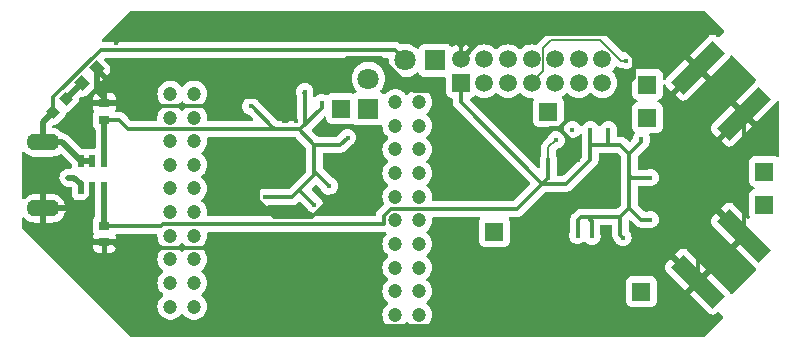
<source format=gbr>
%TF.GenerationSoftware,KiCad,Pcbnew,7.0.5*%
%TF.CreationDate,2024-09-10T19:27:24-04:00*%
%TF.ProjectId,PCB_PCB_OpenSuperHetv6PCB,5043425f-5043-4425-9f4f-70656e537570,rev?*%
%TF.SameCoordinates,Original*%
%TF.FileFunction,Copper,L2,Bot*%
%TF.FilePolarity,Positive*%
%FSLAX46Y46*%
G04 Gerber Fmt 4.6, Leading zero omitted, Abs format (unit mm)*
G04 Created by KiCad (PCBNEW 7.0.5) date 2024-09-10 19:27:24*
%MOMM*%
%LPD*%
G01*
G04 APERTURE LIST*
G04 Aperture macros list*
%AMRotRect*
0 Rectangle, with rotation*
0 The origin of the aperture is its center*
0 $1 length*
0 $2 width*
0 $3 Rotation angle, in degrees counterclockwise*
0 Add horizontal line*
21,1,$1,$2,0,0,$3*%
G04 Aperture macros list end*
%TA.AperFunction,ComponentPad*%
%ADD10R,1.800000X1.800000*%
%TD*%
%TA.AperFunction,ComponentPad*%
%ADD11C,1.800000*%
%TD*%
%TA.AperFunction,ComponentPad*%
%ADD12C,1.200000*%
%TD*%
%TA.AperFunction,SMDPad,CuDef*%
%ADD13RotRect,1.000000X0.900000X135.000000*%
%TD*%
%TA.AperFunction,ComponentPad*%
%ADD14R,1.575000X1.575000*%
%TD*%
%TA.AperFunction,SMDPad,CuDef*%
%ADD15R,0.900000X0.800000*%
%TD*%
%TA.AperFunction,SMDPad,CuDef*%
%ADD16RotRect,0.806000X0.864000X45.000000*%
%TD*%
%TA.AperFunction,SMDPad,CuDef*%
%ADD17R,0.532000X1.072000*%
%TD*%
%TA.AperFunction,SMDPad,CuDef*%
%ADD18RotRect,1.500000X5.000000X135.000000*%
%TD*%
%TA.AperFunction,ComponentPad*%
%ADD19C,1.500000*%
%TD*%
%TA.AperFunction,ComponentPad*%
%ADD20R,1.500000X1.500000*%
%TD*%
%TA.AperFunction,SMDPad,CuDef*%
%ADD21RotRect,1.500000X5.000000X45.000000*%
%TD*%
%TA.AperFunction,ComponentPad*%
%ADD22O,2.800000X1.400000*%
%TD*%
%TA.AperFunction,ViaPad*%
%ADD23C,0.450000*%
%TD*%
%TA.AperFunction,Conductor*%
%ADD24C,0.200000*%
%TD*%
%TA.AperFunction,Conductor*%
%ADD25C,0.350000*%
%TD*%
%TA.AperFunction,Conductor*%
%ADD26C,0.100000*%
%TD*%
%TA.AperFunction,Conductor*%
%ADD27C,0.500000*%
%TD*%
G04 APERTURE END LIST*
D10*
%TO.P,U7,1*%
%TO.N,U7_1*%
X34616060Y-18787913D03*
D11*
%TO.P,U7,2*%
%TO.N,+5V*%
X32076060Y-18787913D03*
%TD*%
D12*
%TO.P,U2,1*%
%TO.N,RX_BBQN*%
X33242000Y-22322000D03*
%TO.P,U2,2*%
%TO.N,RX_BBQP_FEEDBACK*%
X31242000Y-22322000D03*
%TO.P,U2,3*%
%TO.N,RX_BBQP*%
X33242000Y-24322000D03*
%TO.P,U2,4*%
%TO.N,RX_BBQN_FEEDBACK*%
X31242000Y-24322000D03*
%TO.P,U2,5*%
%TO.N,RX_BBIN*%
X33242000Y-26322000D03*
%TO.P,U2,6*%
%TO.N,RX_BBIN_FEEDBACK*%
X31242000Y-26322000D03*
%TO.P,U2,7*%
%TO.N,RX_BBIP*%
X33242000Y-28322000D03*
%TO.P,U2,8*%
%TO.N,RX_BBIP_FEEDBACK*%
X31242000Y-28322000D03*
%TO.P,U2,9*%
%TO.N,TX_BBQN_FEEDBACK*%
X33242000Y-30322000D03*
%TO.P,U2,10*%
%TO.N,TX_BBIP*%
X31242000Y-30322000D03*
%TO.P,U2,11*%
%TO.N,TX_BBQP_FEEDBACK*%
X33242000Y-32322000D03*
%TO.P,U2,12*%
%TO.N,TX_BBIN*%
X31242000Y-32322000D03*
%TO.P,U2,13*%
%TO.N,TX_BBIN_FEEDBACK*%
X33242000Y-34322000D03*
%TO.P,U2,14*%
%TO.N,TX_BBQN*%
X31242000Y-34322000D03*
%TO.P,U2,15*%
%TO.N,TX_BBIP_FEEDBACK*%
X33242000Y-36322000D03*
%TO.P,U2,16*%
%TO.N,TX_BBQP*%
X31242000Y-36322000D03*
%TO.P,U2,17*%
%TO.N,U2_17*%
X33242000Y-38322000D03*
%TO.P,U2,18*%
%TO.N,U2_18*%
X31242000Y-38322000D03*
%TO.P,U2,19*%
%TO.N,U2_19*%
X33242000Y-40322000D03*
%TO.P,U2,20*%
%TO.N,U2_20*%
X31242000Y-40322000D03*
%TD*%
D13*
%TO.P,LED1,2*%
%TO.N,GND*%
X5935041Y-19464959D03*
%TO.P,LED1,1*%
%TO.N,LED1_1*%
X4732959Y-20667041D03*
%TD*%
D14*
%TO.P,J2,1*%
%TO.N,DB6*%
X52070000Y-38354000D03*
%TD*%
D15*
%TO.P,C33,1*%
%TO.N,GND*%
X6604000Y-34166000D03*
%TO.P,C33,2*%
%TO.N,VCC*%
X6604000Y-32766000D03*
%TD*%
D16*
%TO.P,R3,1*%
%TO.N,+5V*%
X2261549Y-23138451D03*
%TO.P,R3,2*%
%TO.N,LED1_1*%
X3326451Y-22073549D03*
%TD*%
D17*
%TO.P,U4,1*%
%TO.N,VCC*%
X6538000Y-29597000D03*
%TO.P,U4,2*%
%TO.N,GND*%
X5588000Y-29597000D03*
%TO.P,U4,3*%
%TO.N,U4_3*%
X4638000Y-29597000D03*
%TO.P,U4,4*%
%TO.N,+5V*%
X4638000Y-27299000D03*
%TO.P,U4,5*%
X5588000Y-27299000D03*
%TO.P,U4,6*%
%TO.N,VCCDAC*%
X6538000Y-27299000D03*
%TD*%
D18*
%TO.P,ANT_SMA2,3*%
%TO.N,GND*%
X60745544Y-23280544D03*
%TO.P,ANT_SMA2,4*%
X56856456Y-19391456D03*
%TD*%
D14*
%TO.P,J7,1*%
%TO.N,DB1*%
X44196000Y-23114000D03*
%TD*%
D19*
%TO.P,SYS_CTRL,14*%
%TO.N,BBC_CS*%
X48768000Y-18688011D03*
%TO.P,SYS_CTRL,13*%
%TO.N,TR_SCLK*%
X48768000Y-20688011D03*
%TO.P,SYS_CTRL,12*%
%TO.N,SYS_CTRL_6*%
X46768000Y-18688011D03*
%TO.P,SYS_CTRL,11*%
%TO.N,TR_DIN*%
X46768000Y-20688011D03*
%TO.P,SYS_CTRL,10*%
%TO.N,BBC_SCLK*%
X44768000Y-18688011D03*
%TO.P,SYS_CTRL,9*%
%TO.N,TR_CS#*%
X44768000Y-20688011D03*
%TO.P,SYS_CTRL,8*%
%TO.N,SYS_CTRL_8*%
X42768000Y-18688011D03*
%TO.P,SYS_CTRL,7*%
%TO.N,TR_SHDN#*%
X42768000Y-20688011D03*
%TO.P,SYS_CTRL,6*%
%TO.N,BBC_DIN*%
X40768000Y-18688011D03*
%TO.P,SYS_CTRL,5*%
%TO.N,RX_HP_CTRL*%
X40768000Y-20688011D03*
%TO.P,SYS_CTRL,4*%
%TO.N,U7_1*%
X38768000Y-18688011D03*
%TO.P,SYS_CTRL,3*%
%TO.N,RXTX_MODE*%
X38768000Y-20688011D03*
%TO.P,SYS_CTRL,2*%
%TO.N,GND*%
X36768000Y-18688011D03*
D20*
%TO.P,SYS_CTRL,1*%
%TO.N,VCC*%
X36768000Y-20688011D03*
%TD*%
D12*
%TO.P,U3,1*%
%TO.N,DAC_IN0*%
X14192000Y-21622000D03*
%TO.P,U3,2*%
%TO.N,ADC_OUT7*%
X12192000Y-21622000D03*
%TO.P,U3,3*%
%TO.N,DAC_IN1*%
X14192000Y-23622000D03*
%TO.P,U3,4*%
%TO.N,ADC_OUT6*%
X12192000Y-23622000D03*
%TO.P,U3,5*%
%TO.N,DAC_IN2*%
X14192000Y-25622000D03*
%TO.P,U3,6*%
%TO.N,ADC_OUT5*%
X12192000Y-25622000D03*
%TO.P,U3,7*%
%TO.N,DAC_IN3*%
X14192000Y-27622000D03*
%TO.P,U3,8*%
%TO.N,ADC_OUT4*%
X12192000Y-27622000D03*
%TO.P,U3,9*%
%TO.N,DAC_IN4*%
X14192000Y-29622000D03*
%TO.P,U3,10*%
%TO.N,ADC_OUT3*%
X12192000Y-29622000D03*
%TO.P,U3,11*%
%TO.N,DAC_IN5*%
X14192000Y-31622000D03*
%TO.P,U3,12*%
%TO.N,ADC_OUT2*%
X12192000Y-31622000D03*
%TO.P,U3,13*%
%TO.N,DAC_IN6*%
X14192000Y-33622000D03*
%TO.P,U3,14*%
%TO.N,ADC_OUT1*%
X12192000Y-33622000D03*
%TO.P,U3,15*%
%TO.N,DAC_IN7*%
X14192000Y-35622000D03*
%TO.P,U3,16*%
%TO.N,ADC_OUT0*%
X12192000Y-35622000D03*
%TO.P,U3,17*%
%TO.N,DAC_IN8*%
X14192000Y-37622000D03*
%TO.P,U3,18*%
%TO.N,DAC_IN9*%
X12192000Y-37622000D03*
%TO.P,U3,19*%
%TO.N,U3_19*%
X14192000Y-39622000D03*
%TO.P,U3,20*%
%TO.N,U3_20*%
X12192000Y-39622000D03*
%TD*%
D14*
%TO.P,J6,1*%
%TO.N,DB2*%
X52578000Y-20828000D03*
%TD*%
D21*
%TO.P,ANT_SMA1,3*%
%TO.N,GND*%
X56856456Y-37504544D03*
%TO.P,ANT_SMA1,4*%
X60745544Y-33615456D03*
%TD*%
D14*
%TO.P,J3,1*%
%TO.N,DB5*%
X52578000Y-23622000D03*
%TD*%
%TO.P,J1,1*%
%TO.N,DB7*%
X62484000Y-30988000D03*
%TD*%
D22*
%TO.P,DC1,1*%
%TO.N,+5V*%
X1438000Y-25711000D03*
%TO.P,DC1,2*%
%TO.N,GND*%
X1438000Y-31311000D03*
%TD*%
D10*
%TO.P,U6,1*%
%TO.N,BBC_CLK*%
X28956000Y-22860000D03*
D11*
%TO.P,U6,2*%
%TO.N,INT_CLK*%
X28956000Y-20320000D03*
%TD*%
D14*
%TO.P,J5,1*%
%TO.N,DB3*%
X62484000Y-28194000D03*
%TD*%
%TO.P,CLK1,1*%
%TO.N,BBC_CLK*%
X26670000Y-22860000D03*
%TD*%
%TO.P,J4,1*%
%TO.N,DB4*%
X39624000Y-33274000D03*
%TD*%
D15*
%TO.P,C31,1*%
%TO.N,GND*%
X6604000Y-22414000D03*
%TO.P,C31,2*%
%TO.N,VCCDAC*%
X6604000Y-23814000D03*
%TD*%
D23*
%TO.N,VCC*%
X44842601Y-25518260D03*
%TO.N,GND*%
X40132000Y-26924000D03*
X56134000Y-23114000D03*
X55626000Y-23622000D03*
X55118000Y-24130000D03*
X55118000Y-26924000D03*
X55626000Y-26416000D03*
X56134000Y-25908000D03*
X56642000Y-25400000D03*
X56896000Y-24638000D03*
X57404000Y-24130000D03*
X58928000Y-30734000D03*
X58166000Y-30734000D03*
X57404000Y-30734000D03*
X55626000Y-34290000D03*
X55626000Y-33528000D03*
X56642000Y-30734000D03*
X55880000Y-30734000D03*
X57150000Y-32766000D03*
X56642000Y-32258000D03*
X56134000Y-31750000D03*
X55626000Y-31242000D03*
X55118000Y-30734000D03*
X57150000Y-28702000D03*
X56388000Y-28702000D03*
X22860000Y-23876000D03*
X21844000Y-23876000D03*
X20066000Y-26416000D03*
X20574000Y-26162000D03*
X21082000Y-26670000D03*
X20574000Y-26924000D03*
X22860000Y-32004000D03*
X22860000Y-31496000D03*
X23368000Y-35560000D03*
X23368000Y-36068000D03*
X22860000Y-36068000D03*
X22860000Y-35560000D03*
X8382000Y-16510000D03*
X7874000Y-16764000D03*
X7620000Y-17272000D03*
X29210000Y-30988000D03*
X53086000Y-33782000D03*
X50546000Y-35560000D03*
X48006000Y-35306000D03*
X46453737Y-30448211D03*
X46958620Y-30475502D03*
X46958620Y-30966739D03*
X46467383Y-30980385D03*
X45009928Y-35481833D03*
X39616538Y-30460272D03*
X41544860Y-29627030D03*
X46736000Y-27178000D03*
X46228000Y-27178000D03*
X46736000Y-26670000D03*
X46228000Y-26670000D03*
X35052000Y-21336000D03*
X40386000Y-23114000D03*
X42164000Y-25400000D03*
X47244000Y-22860000D03*
X49276000Y-22352000D03*
X26162000Y-19558000D03*
X21082000Y-19812000D03*
X22352000Y-23622000D03*
%TO.N,TR_SHDN#*%
X50800000Y-18796000D03*
%TO.N,VCCDAC*%
X24384000Y-30988000D03*
X24982254Y-22363413D03*
X23560005Y-21446511D03*
%TO.N,GND*%
X6096000Y-21336000D03*
%TO.N,U4_3*%
X4064000Y-28702000D03*
X3556000Y-28702000D03*
%TO.N,VCCDAC*%
X27185799Y-25308500D03*
%TO.N,GND*%
X25908000Y-30226000D03*
%TO.N,VCCDAC*%
X25637500Y-29431548D03*
X20205208Y-30365208D03*
%TO.N,GND*%
X18288000Y-21844000D03*
%TO.N,VCCDAC*%
X18990101Y-22665899D03*
%TO.N,VCC*%
X52832000Y-28702000D03*
X52832000Y-32258000D03*
X50500500Y-33782000D03*
X47879000Y-33655000D03*
X46657117Y-33609021D03*
X44196000Y-27178000D03*
X44196000Y-28702000D03*
X47752000Y-24638000D03*
X49276000Y-24638000D03*
X52070000Y-25400000D03*
%TO.N,DB1*%
X46228000Y-24638000D03*
%TD*%
D24*
%TO.N,VCC*%
X44842601Y-25500066D02*
X44815310Y-25527357D01*
X44842601Y-25518260D02*
X44842601Y-25500066D01*
X44824407Y-25518260D02*
X44842601Y-25518260D01*
X44196000Y-26146667D02*
X44824407Y-25518260D01*
X44196000Y-27178000D02*
X44196000Y-26146667D01*
D25*
%TO.N,GND*%
X44303500Y-24530500D02*
X45104500Y-24530500D01*
X43434000Y-25400000D02*
X44303500Y-24530500D01*
X42164000Y-25400000D02*
X43434000Y-25400000D01*
X46228000Y-25654000D02*
X46228000Y-26670000D01*
X45104500Y-24530500D02*
X46228000Y-25654000D01*
X47244000Y-22860000D02*
X46775000Y-22860000D01*
X46775000Y-22860000D02*
X45104500Y-24530500D01*
%TO.N,VCC*%
X52070000Y-32258000D02*
X51054000Y-31242000D01*
X52832000Y-32258000D02*
X52070000Y-32258000D01*
%TO.N,GND*%
X40132000Y-26924000D02*
X41544860Y-28336860D01*
X55626000Y-34290000D02*
X55626000Y-33528000D01*
X56856456Y-34758456D02*
X55626000Y-33528000D01*
X56856456Y-37504544D02*
X56856456Y-34758456D01*
X57150000Y-32766000D02*
X59245500Y-34861500D01*
X59245500Y-35115500D02*
X60745544Y-33615456D01*
X59245500Y-34861500D02*
X59245500Y-35115500D01*
X56856456Y-37504544D02*
X59245500Y-35115500D01*
X55118000Y-30734000D02*
X57150000Y-32766000D01*
X55118000Y-30734000D02*
X58928000Y-30734000D01*
X59372500Y-22161500D02*
X59626500Y-22161500D01*
X57404000Y-24130000D02*
X59372500Y-22161500D01*
X59626500Y-22161500D02*
X58229500Y-20764500D01*
X60745544Y-23280544D02*
X59626500Y-22161500D01*
X56642000Y-24892000D02*
X57404000Y-24130000D01*
X56642000Y-25400000D02*
X56642000Y-24892000D01*
X55118000Y-26924000D02*
X56642000Y-25400000D01*
X58229500Y-21018500D02*
X58229500Y-20764500D01*
X55118000Y-24130000D02*
X58229500Y-21018500D01*
X58229500Y-20764500D02*
X56856456Y-19391456D01*
X58166000Y-31242000D02*
X60539456Y-33615456D01*
X58166000Y-30734000D02*
X58166000Y-31242000D01*
X57658000Y-30734000D02*
X58166000Y-30734000D01*
X57658000Y-30734000D02*
X57658000Y-30734000D01*
X57404000Y-30734000D02*
X57658000Y-30734000D01*
X57404000Y-30480000D02*
X57404000Y-30734000D01*
X60539456Y-33615456D02*
X60745544Y-33615456D01*
X55626000Y-28702000D02*
X57404000Y-30480000D01*
X55626000Y-28702000D02*
X57150000Y-28702000D01*
X55626000Y-28400088D02*
X55626000Y-28702000D01*
X60745544Y-23280544D02*
X55626000Y-28400088D01*
X28597000Y-41297000D02*
X22860000Y-35560000D01*
X53064000Y-41297000D02*
X28597000Y-41297000D01*
X56856456Y-37504544D02*
X53064000Y-41297000D01*
X54008000Y-16543000D02*
X49022000Y-16543000D01*
X49022000Y-16543000D02*
X49395529Y-16543000D01*
X56856456Y-19391456D02*
X54008000Y-16543000D01*
X37852351Y-16543000D02*
X49022000Y-16543000D01*
X60745544Y-33615456D02*
X60745544Y-23280544D01*
X22606000Y-23622000D02*
X22860000Y-23876000D01*
X22352000Y-23622000D02*
X22606000Y-23622000D01*
X22098000Y-23876000D02*
X22352000Y-23622000D01*
X21844000Y-23876000D02*
X22098000Y-23876000D01*
%TO.N,VCCDAC*%
X24982254Y-22769746D02*
X24982254Y-22363413D01*
X23155000Y-24597000D02*
X24982254Y-22769746D01*
X22748667Y-24597000D02*
X23155000Y-24597000D01*
X23155000Y-24597000D02*
X23560005Y-24191995D01*
X23560005Y-24191995D02*
X23560005Y-21446511D01*
X21041000Y-24597000D02*
X23155000Y-24597000D01*
X20828000Y-24384000D02*
X21041000Y-24597000D01*
%TO.N,GND*%
X20828000Y-26670000D02*
X20574000Y-26924000D01*
X21082000Y-26670000D02*
X20828000Y-26670000D01*
X20574000Y-26162000D02*
X21082000Y-26670000D01*
X20320000Y-26416000D02*
X20574000Y-26162000D01*
X20066000Y-26416000D02*
X20320000Y-26416000D01*
X20574000Y-26924000D02*
X20066000Y-26416000D01*
X19605208Y-27892792D02*
X20574000Y-26924000D01*
X19605208Y-30613737D02*
X19605208Y-27892792D01*
X20995471Y-32004000D02*
X19605208Y-30613737D01*
X22860000Y-32004000D02*
X20995471Y-32004000D01*
X25654000Y-30988000D02*
X29210000Y-30988000D01*
X25443265Y-30777265D02*
X25654000Y-30988000D01*
X25443265Y-30777265D02*
X25908000Y-30312529D01*
X24216529Y-32004000D02*
X25443265Y-30777265D01*
X25908000Y-30312529D02*
X25908000Y-30226000D01*
X22860000Y-32004000D02*
X24216529Y-32004000D01*
X22860000Y-32004000D02*
X22860000Y-31496000D01*
X22860000Y-36068000D02*
X22860000Y-35560000D01*
X23368000Y-36068000D02*
X22860000Y-36068000D01*
X23368000Y-35560000D02*
X23368000Y-36068000D01*
X22860000Y-35560000D02*
X23368000Y-35560000D01*
X21947000Y-34647000D02*
X22860000Y-35560000D01*
X7717000Y-34647000D02*
X21947000Y-34647000D01*
X7236000Y-34166000D02*
X7717000Y-34647000D01*
X6604000Y-34166000D02*
X7236000Y-34166000D01*
X8382000Y-16510000D02*
X8128000Y-16764000D01*
X7874000Y-17018000D02*
X7620000Y-17272000D01*
X7874000Y-16764000D02*
X7874000Y-17018000D01*
X8128000Y-16764000D02*
X7874000Y-16764000D01*
X8890000Y-16002000D02*
X8382000Y-16510000D01*
X35142649Y-16002000D02*
X8890000Y-16002000D01*
%TO.N,+5V*%
X2261549Y-21901015D02*
X2261549Y-23138451D01*
X31176060Y-17887913D02*
X6274651Y-17887913D01*
X32076060Y-18787913D02*
X31176060Y-17887913D01*
X6274651Y-17887913D02*
X2261549Y-21901015D01*
%TO.N,GND*%
X27178000Y-18542000D02*
X30027024Y-18542000D01*
X32821024Y-21336000D02*
X34544000Y-21336000D01*
X26162000Y-19558000D02*
X27178000Y-18542000D01*
X30027024Y-18542000D02*
X32821024Y-21336000D01*
X35142649Y-16002000D02*
X36768000Y-17627351D01*
D24*
X29210000Y-30226000D02*
X29464000Y-29972000D01*
X25908000Y-30226000D02*
X29210000Y-30226000D01*
D25*
%TO.N,VCC*%
X50500500Y-33782000D02*
X50292000Y-33573500D01*
X50292000Y-33573500D02*
X50292000Y-32004000D01*
D24*
%TO.N,GND*%
X53086000Y-33782000D02*
X52324000Y-33782000D01*
X50546000Y-35560000D02*
X52324000Y-33782000D01*
X48260000Y-35560000D02*
X50546000Y-35560000D01*
X48006000Y-35306000D02*
X48260000Y-35560000D01*
X47830167Y-35481833D02*
X48006000Y-35306000D01*
X45009928Y-35481833D02*
X47830167Y-35481833D01*
X46931329Y-30448211D02*
X46958620Y-30475502D01*
X46453737Y-30448211D02*
X46931329Y-30448211D01*
X46958620Y-30966739D02*
X46958620Y-30475502D01*
X46944974Y-30980385D02*
X46958620Y-30966739D01*
X46467383Y-30980385D02*
X46944974Y-30980385D01*
X46453737Y-30966739D02*
X46467383Y-30980385D01*
X46453737Y-30448211D02*
X46453737Y-30966739D01*
X46489615Y-30980385D02*
X46482000Y-30988000D01*
X46467383Y-30980385D02*
X46489615Y-30980385D01*
X46467383Y-31002617D02*
X46467383Y-30980385D01*
X45009928Y-32460072D02*
X46467383Y-31002617D01*
X45009928Y-35481833D02*
X45009928Y-32460072D01*
X39616538Y-30487462D02*
X39624000Y-30480000D01*
X39616538Y-30460272D02*
X39616538Y-30487462D01*
X39643728Y-30460272D02*
X39616538Y-30460272D01*
X40476970Y-29627030D02*
X39643728Y-30460272D01*
X41544860Y-29627030D02*
X40476970Y-29627030D01*
D25*
X41544860Y-28336860D02*
X41544860Y-29627030D01*
X34544000Y-21336000D02*
X40132000Y-26924000D01*
X34544000Y-21336000D02*
X35052000Y-21336000D01*
X46228000Y-27178000D02*
X46228000Y-26670000D01*
X46736000Y-27178000D02*
X46228000Y-27178000D01*
X46736000Y-26670000D02*
X46736000Y-27178000D01*
X46228000Y-26670000D02*
X46736000Y-26670000D01*
X46212182Y-26670000D02*
X46220091Y-26662091D01*
X46228000Y-26670000D02*
X46212182Y-26670000D01*
%TO.N,VCC*%
X47752000Y-27178000D02*
X47752000Y-25908000D01*
X45720000Y-29210000D02*
X47752000Y-27178000D01*
X43688000Y-29210000D02*
X45720000Y-29210000D01*
%TO.N,GND*%
X46228000Y-26654182D02*
X46228000Y-26654182D01*
X42164000Y-24892000D02*
X40386000Y-23114000D01*
X42164000Y-25400000D02*
X42164000Y-24892000D01*
X47752000Y-22352000D02*
X47244000Y-22860000D01*
X49276000Y-22352000D02*
X47752000Y-22352000D01*
X51400000Y-20228000D02*
X49276000Y-22352000D01*
X51400000Y-18547471D02*
X51400000Y-20228000D01*
X49395529Y-16543000D02*
X51400000Y-18547471D01*
X36768000Y-17627351D02*
X37852351Y-16543000D01*
X36768000Y-17627351D02*
X36768000Y-18688011D01*
X25908000Y-19812000D02*
X26162000Y-19558000D01*
X21082000Y-19812000D02*
X25908000Y-19812000D01*
X21082000Y-21336000D02*
X21082000Y-19812000D01*
X20574000Y-21844000D02*
X21082000Y-21336000D01*
X20574000Y-21844000D02*
X18288000Y-21844000D01*
X22352000Y-23622000D02*
X20574000Y-21844000D01*
X17485000Y-22647000D02*
X18288000Y-21844000D01*
X8320000Y-22414000D02*
X8553000Y-22647000D01*
X8553000Y-22647000D02*
X17485000Y-22647000D01*
X6604000Y-22414000D02*
X8320000Y-22414000D01*
D24*
%TO.N,TR_SHDN#*%
X50360914Y-18796000D02*
X50800000Y-18796000D01*
X48582914Y-17018000D02*
X50360914Y-18796000D01*
X44450000Y-17018000D02*
X48582914Y-17018000D01*
X43768000Y-17700000D02*
X44450000Y-17018000D01*
X43768000Y-19688011D02*
X43768000Y-17700000D01*
D26*
X43688000Y-19768011D02*
X43768000Y-19688011D01*
D24*
X42768000Y-20688011D02*
X43688000Y-19768011D01*
D25*
%TO.N,VCC*%
X46990000Y-32004000D02*
X46736000Y-32258000D01*
X46736000Y-33530138D02*
X46657117Y-33609021D01*
X48514000Y-32004000D02*
X46990000Y-32004000D01*
X50292000Y-32004000D02*
X48514000Y-32004000D01*
X48514000Y-32004000D02*
X48006000Y-32004000D01*
X46736000Y-32258000D02*
X46736000Y-33530138D01*
X47879000Y-32385000D02*
X47879000Y-33655000D01*
X47752000Y-32258000D02*
X47879000Y-32385000D01*
X48006000Y-32004000D02*
X47752000Y-32258000D01*
X51054000Y-31242000D02*
X50292000Y-32004000D01*
X51054000Y-28448000D02*
X51054000Y-31242000D01*
X51308000Y-28702000D02*
X52832000Y-28702000D01*
X51054000Y-28448000D02*
X51308000Y-28702000D01*
X51054000Y-26670000D02*
X51054000Y-28448000D01*
X52070000Y-25654000D02*
X52070000Y-25400000D01*
X51054000Y-26670000D02*
X52070000Y-25654000D01*
X50292000Y-25908000D02*
X51054000Y-26670000D01*
X49276000Y-25908000D02*
X50292000Y-25908000D01*
X49276000Y-25908000D02*
X49276000Y-24638000D01*
X47752000Y-25908000D02*
X49276000Y-25908000D01*
X47752000Y-25908000D02*
X47752000Y-24638000D01*
X43688000Y-29210000D02*
X44196000Y-28702000D01*
X44196000Y-28702000D02*
X44196000Y-27178000D01*
X36768000Y-22290000D02*
X36768000Y-20688011D01*
X43688000Y-29210000D02*
X36768000Y-22290000D01*
X41551000Y-31347000D02*
X43688000Y-29210000D01*
X30267000Y-31918141D02*
X30838141Y-31347000D01*
X30838141Y-31347000D02*
X41551000Y-31347000D01*
X30267000Y-32647000D02*
X30267000Y-31918141D01*
X11549000Y-32647000D02*
X30267000Y-32647000D01*
%TO.N,VCCDAC*%
X22466792Y-30365208D02*
X23114000Y-29718000D01*
X20205208Y-30365208D02*
X22466792Y-30365208D01*
X23114000Y-29718000D02*
X24384000Y-30988000D01*
X24384000Y-28448000D02*
X23114000Y-29718000D01*
X24384000Y-25908000D02*
X24384000Y-28448000D01*
X24384000Y-28178048D02*
X25637500Y-29431548D01*
X24384000Y-25908000D02*
X24384000Y-28178048D01*
X26586299Y-25908000D02*
X27185799Y-25308500D01*
X24384000Y-25908000D02*
X26586299Y-25908000D01*
X23073000Y-24597000D02*
X24384000Y-25908000D01*
X22748667Y-24597000D02*
X23073000Y-24597000D01*
X20615000Y-24597000D02*
X22748667Y-24597000D01*
X23560005Y-21446511D02*
X23500706Y-21540850D01*
X19109899Y-22665899D02*
X18990101Y-22665899D01*
X20828000Y-24384000D02*
X19109899Y-22665899D01*
X20615000Y-24597000D02*
X20828000Y-24384000D01*
X8595000Y-24597000D02*
X20615000Y-24597000D01*
X7812000Y-23814000D02*
X8595000Y-24597000D01*
X6604000Y-23814000D02*
X7812000Y-23814000D01*
%TO.N,VCC*%
X11549000Y-32647000D02*
X11938000Y-32647000D01*
X11430000Y-32766000D02*
X11549000Y-32647000D01*
X6604000Y-32766000D02*
X11430000Y-32766000D01*
D27*
%TO.N,GND*%
X5935041Y-21175041D02*
X6096000Y-21336000D01*
X5935041Y-19464959D02*
X5935041Y-21175041D01*
%TO.N,LED1_1*%
X4732959Y-20667041D02*
X3326451Y-22073549D01*
%TO.N,+5V*%
X1438000Y-23962000D02*
X2261549Y-23138451D01*
X1438000Y-25711000D02*
X1438000Y-23962000D01*
%TO.N,VCCDAC*%
X6604000Y-27233000D02*
X6538000Y-27299000D01*
X6604000Y-23814000D02*
X6604000Y-27233000D01*
%TO.N,GND*%
X6604000Y-22414000D02*
X6604000Y-21844000D01*
X6604000Y-21844000D02*
X6096000Y-21336000D01*
X4318000Y-32830000D02*
X5654000Y-34166000D01*
X4318000Y-31311000D02*
X1438000Y-31311000D01*
X5654000Y-34166000D02*
X6604000Y-34166000D01*
X4626000Y-31311000D02*
X4318000Y-31311000D01*
X4318000Y-31311000D02*
X4318000Y-32830000D01*
%TO.N,VCC*%
X6538000Y-32700000D02*
X6604000Y-32766000D01*
X6538000Y-29597000D02*
X6538000Y-32700000D01*
%TO.N,U4_3*%
X4638000Y-29276000D02*
X4064000Y-28702000D01*
X4638000Y-29597000D02*
X4638000Y-29276000D01*
X3556000Y-28702000D02*
X4064000Y-28702000D01*
%TO.N,GND*%
X5588000Y-30349000D02*
X4626000Y-31311000D01*
X5588000Y-29597000D02*
X5588000Y-30349000D01*
%TO.N,+5V*%
X4638000Y-27299000D02*
X5588000Y-27299000D01*
X3050000Y-25711000D02*
X4638000Y-27299000D01*
X1438000Y-25711000D02*
X3050000Y-25711000D01*
%TD*%
%TA.AperFunction,Conductor*%
%TO.N,GND*%
G36*
X57415328Y-14635185D02*
G01*
X57435970Y-14651819D01*
X59032017Y-16247866D01*
X59065502Y-16309189D01*
X59060518Y-16378881D01*
X59032017Y-16423228D01*
X58669124Y-16786121D01*
X58607801Y-16819606D01*
X58538109Y-16814622D01*
X58493762Y-16786121D01*
X58413625Y-16705984D01*
X58366990Y-16668404D01*
X58236211Y-16608678D01*
X58236206Y-16608677D01*
X58093893Y-16588217D01*
X57951579Y-16608677D01*
X57951574Y-16608678D01*
X57820795Y-16668404D01*
X57774160Y-16705984D01*
X57774156Y-16705988D01*
X56149349Y-18330794D01*
X56149349Y-18330795D01*
X56856456Y-19037903D01*
X57917116Y-20098563D01*
X59541923Y-18473755D01*
X59541927Y-18473751D01*
X59579506Y-18427117D01*
X59586063Y-18412761D01*
X59631817Y-18359956D01*
X59698856Y-18340271D01*
X59765896Y-18359955D01*
X59786539Y-18376590D01*
X61760409Y-20350460D01*
X61793894Y-20411783D01*
X61788910Y-20481475D01*
X61747038Y-20537408D01*
X61724244Y-20550933D01*
X61709884Y-20557491D01*
X61663243Y-20595076D01*
X61663239Y-20595080D01*
X60038436Y-22219882D01*
X60038436Y-22219883D01*
X60745544Y-22926991D01*
X61806202Y-23987651D01*
X61806203Y-23987651D01*
X63431015Y-22362839D01*
X63468593Y-22316206D01*
X63503704Y-22239325D01*
X63549459Y-22186521D01*
X63616498Y-22166836D01*
X63683538Y-22186520D01*
X63729293Y-22239324D01*
X63740499Y-22290836D01*
X63740499Y-26874672D01*
X63720814Y-26941711D01*
X63668010Y-26987466D01*
X63598852Y-26997410D01*
X63542190Y-26973940D01*
X63517706Y-26955611D01*
X63380703Y-26904511D01*
X63320154Y-26898000D01*
X63320138Y-26898000D01*
X61647862Y-26898000D01*
X61647845Y-26898000D01*
X61587297Y-26904511D01*
X61587295Y-26904511D01*
X61450295Y-26955611D01*
X61333239Y-27043239D01*
X61245611Y-27160295D01*
X61194511Y-27297295D01*
X61194511Y-27297297D01*
X61188000Y-27357845D01*
X61188000Y-29030154D01*
X61194511Y-29090702D01*
X61194511Y-29090704D01*
X61239154Y-29210392D01*
X61245611Y-29227704D01*
X61333239Y-29344761D01*
X61450296Y-29432389D01*
X61501299Y-29451412D01*
X61564052Y-29474819D01*
X61619985Y-29516691D01*
X61644401Y-29582155D01*
X61629549Y-29650428D01*
X61580143Y-29699833D01*
X61564052Y-29707181D01*
X61450295Y-29749611D01*
X61333239Y-29837239D01*
X61245611Y-29954295D01*
X61194511Y-30091295D01*
X61194511Y-30091297D01*
X61188000Y-30151845D01*
X61188000Y-31824154D01*
X61194510Y-31884701D01*
X61240361Y-32007628D01*
X61245345Y-32077319D01*
X61211861Y-32138643D01*
X61150538Y-32172128D01*
X61080846Y-32167144D01*
X61036498Y-32138643D01*
X59827839Y-30929984D01*
X59781204Y-30892404D01*
X59650425Y-30832678D01*
X59650420Y-30832677D01*
X59508107Y-30812217D01*
X59365793Y-30832677D01*
X59365788Y-30832678D01*
X59235009Y-30892404D01*
X59188374Y-30929984D01*
X58801000Y-31317358D01*
X61011415Y-33527774D01*
X61044900Y-33589097D01*
X61039916Y-33658789D01*
X61011415Y-33703136D01*
X60038436Y-34676114D01*
X60038436Y-34676115D01*
X61663248Y-36300927D01*
X61709882Y-36338506D01*
X61724237Y-36345062D01*
X61777041Y-36390816D01*
X61796727Y-36457855D01*
X61777044Y-36524895D01*
X61760408Y-36545538D01*
X59786538Y-38519408D01*
X59725215Y-38552893D01*
X59655523Y-38547909D01*
X59599590Y-38506037D01*
X59586062Y-38483237D01*
X59579506Y-38468882D01*
X59541927Y-38422248D01*
X57917116Y-36797437D01*
X56856456Y-37858097D01*
X56149349Y-38565202D01*
X56149349Y-38565203D01*
X57774156Y-40190011D01*
X57774160Y-40190015D01*
X57820795Y-40227595D01*
X57951574Y-40287321D01*
X57951579Y-40287322D01*
X58093893Y-40307782D01*
X58236206Y-40287322D01*
X58236211Y-40287321D01*
X58366990Y-40227595D01*
X58413625Y-40190015D01*
X58413628Y-40190012D01*
X58493761Y-40109878D01*
X58555083Y-40076392D01*
X58624775Y-40081376D01*
X58669124Y-40109877D01*
X58981518Y-40422271D01*
X59015003Y-40483594D01*
X59010019Y-40553286D01*
X58981518Y-40597633D01*
X57437417Y-42141734D01*
X57376094Y-42175219D01*
X57349736Y-42178053D01*
X8838822Y-42178053D01*
X8771783Y-42158368D01*
X8751141Y-42141734D01*
X1025408Y-34416000D01*
X5654000Y-34416000D01*
X5654000Y-34613844D01*
X5660401Y-34673372D01*
X5660403Y-34673379D01*
X5710645Y-34808086D01*
X5710649Y-34808093D01*
X5796809Y-34923187D01*
X5796812Y-34923190D01*
X5911906Y-35009350D01*
X5911913Y-35009354D01*
X6046620Y-35059596D01*
X6046627Y-35059598D01*
X6106155Y-35065999D01*
X6106172Y-35066000D01*
X6354000Y-35066000D01*
X6354000Y-34416000D01*
X6854000Y-34416000D01*
X6854000Y-35066000D01*
X7101828Y-35066000D01*
X7101844Y-35065999D01*
X7161372Y-35059598D01*
X7161379Y-35059596D01*
X7296086Y-35009354D01*
X7296093Y-35009350D01*
X7411187Y-34923190D01*
X7411190Y-34923187D01*
X7497350Y-34808093D01*
X7497354Y-34808086D01*
X7547596Y-34673379D01*
X7547598Y-34673372D01*
X7553999Y-34613844D01*
X7554000Y-34613827D01*
X7554000Y-34416000D01*
X6854000Y-34416000D01*
X6354000Y-34416000D01*
X5654000Y-34416000D01*
X1025408Y-34416000D01*
X-338623Y-33051969D01*
X-372108Y-32990646D01*
X-374942Y-32964288D01*
X-374942Y-32191461D01*
X-355257Y-32124422D01*
X-302453Y-32078667D01*
X-233295Y-32068723D01*
X-169739Y-32097748D01*
X-159305Y-32107923D01*
X-73899Y-32201608D01*
X103574Y-32335631D01*
X302649Y-32434759D01*
X516560Y-32495621D01*
X682523Y-32511000D01*
X1188000Y-32511000D01*
X1188000Y-31761000D01*
X1688000Y-31761000D01*
X1688000Y-32511000D01*
X2193477Y-32511000D01*
X2359439Y-32495621D01*
X2573350Y-32434759D01*
X2772425Y-32335631D01*
X2949900Y-32201608D01*
X3099721Y-32037261D01*
X3216797Y-31848179D01*
X3216798Y-31848177D01*
X3297135Y-31640804D01*
X3312052Y-31561000D01*
X2413278Y-31561000D01*
X2461625Y-31477260D01*
X2491810Y-31345008D01*
X2481673Y-31209735D01*
X2432113Y-31083459D01*
X2414203Y-31061000D01*
X3312052Y-31061000D01*
X3297135Y-30981195D01*
X3216798Y-30773822D01*
X3216797Y-30773820D01*
X3099721Y-30584738D01*
X2949900Y-30420391D01*
X2772425Y-30286368D01*
X2573350Y-30187240D01*
X2359439Y-30126378D01*
X2193477Y-30111000D01*
X1688000Y-30111000D01*
X1688000Y-30861000D01*
X1188000Y-30861000D01*
X1188000Y-30111000D01*
X682523Y-30111000D01*
X516560Y-30126378D01*
X302649Y-30187240D01*
X103574Y-30286368D01*
X-73900Y-30420391D01*
X-159305Y-30514076D01*
X-219016Y-30550358D01*
X-288864Y-30548597D01*
X-346671Y-30509353D01*
X-374086Y-30445087D01*
X-374942Y-30430538D01*
X-374942Y-26608070D01*
X-355257Y-26541031D01*
X-302453Y-26495276D01*
X-233295Y-26485332D01*
X-169739Y-26514357D01*
X-153995Y-26530758D01*
X-146203Y-26540528D01*
X-139028Y-26549525D01*
X-38242Y-26637579D01*
X24786Y-26692646D01*
X24787Y-26692647D01*
X24790Y-26692649D01*
X211532Y-26804222D01*
X415194Y-26880657D01*
X415195Y-26880658D01*
X629229Y-26919500D01*
X629233Y-26919500D01*
X2192270Y-26919500D01*
X2192276Y-26919500D01*
X2344579Y-26905792D01*
X2354659Y-26904885D01*
X2564341Y-26847017D01*
X2564346Y-26847014D01*
X2564353Y-26847013D01*
X2760344Y-26752629D01*
X2824445Y-26706056D01*
X2890252Y-26682576D01*
X2958306Y-26698401D01*
X2985012Y-26718693D01*
X3827181Y-27560862D01*
X3860666Y-27622185D01*
X3863500Y-27648543D01*
X3863500Y-27819500D01*
X3843815Y-27886539D01*
X3791011Y-27932294D01*
X3739500Y-27943500D01*
X3511820Y-27943500D01*
X3396378Y-27956993D01*
X3379886Y-27958921D01*
X3379883Y-27958922D01*
X3213270Y-28019563D01*
X3065125Y-28116999D01*
X2943448Y-28245969D01*
X2943444Y-28245974D01*
X2854792Y-28399525D01*
X2803938Y-28569389D01*
X2803937Y-28569395D01*
X2793628Y-28746402D01*
X2793628Y-28746403D01*
X2824416Y-28921014D01*
X2824417Y-28921017D01*
X2824418Y-28921021D01*
X2894648Y-29083832D01*
X3000531Y-29226058D01*
X3136360Y-29340032D01*
X3294812Y-29419609D01*
X3467344Y-29460500D01*
X3698457Y-29460500D01*
X3765496Y-29480185D01*
X3786138Y-29496819D01*
X3827181Y-29537862D01*
X3860666Y-29599185D01*
X3863500Y-29625543D01*
X3863500Y-30181654D01*
X3870011Y-30242202D01*
X3870011Y-30242204D01*
X3900131Y-30322956D01*
X3921111Y-30379204D01*
X4008739Y-30496261D01*
X4125796Y-30583889D01*
X4218698Y-30618540D01*
X4257463Y-30632999D01*
X4262799Y-30634989D01*
X4290050Y-30637918D01*
X4323345Y-30641499D01*
X4323362Y-30641500D01*
X4952638Y-30641500D01*
X4952654Y-30641499D01*
X4994469Y-30637002D01*
X5013201Y-30634989D01*
X5081829Y-30609391D01*
X5151516Y-30604406D01*
X5168495Y-30609392D01*
X5214624Y-30626597D01*
X5214627Y-30626598D01*
X5274155Y-30632999D01*
X5274172Y-30633000D01*
X5338000Y-30633000D01*
X5338000Y-30441783D01*
X5351845Y-30387532D01*
X5351790Y-30387512D01*
X5351984Y-30386992D01*
X5353166Y-30382360D01*
X5354888Y-30379206D01*
X5357579Y-30371993D01*
X5405989Y-30242201D01*
X5411898Y-30187240D01*
X5412499Y-30181654D01*
X5412500Y-30181637D01*
X5412500Y-29471000D01*
X5432185Y-29403961D01*
X5484989Y-29358206D01*
X5536500Y-29347000D01*
X5639500Y-29347000D01*
X5706539Y-29366685D01*
X5752294Y-29419489D01*
X5763500Y-29471000D01*
X5763500Y-30181654D01*
X5770010Y-30242197D01*
X5770010Y-30242199D01*
X5770011Y-30242201D01*
X5771681Y-30246680D01*
X5779500Y-30290013D01*
X5779500Y-31976481D01*
X5759815Y-32043520D01*
X5754771Y-32050785D01*
X5741344Y-32068723D01*
X5703111Y-32119795D01*
X5652011Y-32256795D01*
X5652011Y-32256797D01*
X5645500Y-32317345D01*
X5645500Y-33214654D01*
X5652011Y-33275202D01*
X5652011Y-33275204D01*
X5703111Y-33412204D01*
X5705203Y-33416035D01*
X5706130Y-33420299D01*
X5706210Y-33420512D01*
X5706179Y-33420523D01*
X5720056Y-33484308D01*
X5712554Y-33518796D01*
X5660403Y-33658620D01*
X5660401Y-33658627D01*
X5654000Y-33718155D01*
X5654000Y-33916000D01*
X7554000Y-33916000D01*
X7554000Y-33718172D01*
X7553999Y-33718155D01*
X7547598Y-33658627D01*
X7547596Y-33658620D01*
X7532011Y-33616833D01*
X7527027Y-33547142D01*
X7560512Y-33485819D01*
X7621835Y-33452334D01*
X7648193Y-33449500D01*
X10958714Y-33449500D01*
X11025753Y-33469185D01*
X11071508Y-33521989D01*
X11082185Y-33584941D01*
X11078751Y-33621999D01*
X11078751Y-33622000D01*
X11097705Y-33826558D01*
X11097706Y-33826560D01*
X11153924Y-34024147D01*
X11153930Y-34024162D01*
X11245493Y-34208044D01*
X11245498Y-34208052D01*
X11369300Y-34371993D01*
X11521117Y-34510391D01*
X11521122Y-34510395D01*
X11531102Y-34516575D01*
X11577737Y-34568604D01*
X11588839Y-34637586D01*
X11560884Y-34701620D01*
X11531102Y-34727425D01*
X11521122Y-34733604D01*
X11521117Y-34733608D01*
X11369300Y-34872006D01*
X11245498Y-35035947D01*
X11245493Y-35035955D01*
X11153930Y-35219837D01*
X11153924Y-35219852D01*
X11097706Y-35417439D01*
X11097705Y-35417441D01*
X11078751Y-35621999D01*
X11078751Y-35622000D01*
X11097705Y-35826558D01*
X11097706Y-35826560D01*
X11153924Y-36024147D01*
X11153930Y-36024162D01*
X11245493Y-36208044D01*
X11245498Y-36208052D01*
X11369300Y-36371993D01*
X11521117Y-36510391D01*
X11521122Y-36510395D01*
X11531102Y-36516575D01*
X11577737Y-36568604D01*
X11588839Y-36637586D01*
X11560884Y-36701620D01*
X11531102Y-36727425D01*
X11521122Y-36733604D01*
X11521117Y-36733608D01*
X11369300Y-36872006D01*
X11245498Y-37035947D01*
X11245493Y-37035955D01*
X11153930Y-37219837D01*
X11153924Y-37219852D01*
X11097706Y-37417439D01*
X11097705Y-37417441D01*
X11078751Y-37621999D01*
X11078751Y-37622000D01*
X11097705Y-37826558D01*
X11097706Y-37826560D01*
X11153924Y-38024147D01*
X11153930Y-38024162D01*
X11245493Y-38208044D01*
X11245498Y-38208052D01*
X11369300Y-38371993D01*
X11521117Y-38510391D01*
X11521122Y-38510395D01*
X11531102Y-38516575D01*
X11577737Y-38568604D01*
X11588839Y-38637586D01*
X11560884Y-38701620D01*
X11531102Y-38727425D01*
X11521122Y-38733604D01*
X11521117Y-38733608D01*
X11369300Y-38872006D01*
X11245498Y-39035947D01*
X11245493Y-39035955D01*
X11153930Y-39219837D01*
X11153924Y-39219852D01*
X11097706Y-39417439D01*
X11097705Y-39417441D01*
X11078751Y-39621999D01*
X11078751Y-39622000D01*
X11097705Y-39826558D01*
X11097706Y-39826560D01*
X11153924Y-40024147D01*
X11153930Y-40024162D01*
X11245493Y-40208044D01*
X11245498Y-40208052D01*
X11369300Y-40371993D01*
X11491722Y-40483594D01*
X11521118Y-40510392D01*
X11695782Y-40618540D01*
X11887345Y-40692751D01*
X12089282Y-40730500D01*
X12089284Y-40730500D01*
X12294716Y-40730500D01*
X12294718Y-40730500D01*
X12496655Y-40692751D01*
X12688218Y-40618540D01*
X12862882Y-40510392D01*
X13014701Y-40371991D01*
X13093046Y-40268244D01*
X13149155Y-40226609D01*
X13218867Y-40221918D01*
X13280049Y-40255660D01*
X13290954Y-40268245D01*
X13369300Y-40371993D01*
X13491722Y-40483594D01*
X13521118Y-40510392D01*
X13695782Y-40618540D01*
X13887345Y-40692751D01*
X14089282Y-40730500D01*
X14089284Y-40730500D01*
X14294716Y-40730500D01*
X14294718Y-40730500D01*
X14496655Y-40692751D01*
X14688218Y-40618540D01*
X14862882Y-40510392D01*
X15014701Y-40371991D01*
X15138503Y-40208050D01*
X15230074Y-40024152D01*
X15286294Y-39826559D01*
X15305249Y-39622000D01*
X15286294Y-39417441D01*
X15230074Y-39219848D01*
X15230069Y-39219837D01*
X15138506Y-39035955D01*
X15138501Y-39035947D01*
X15014699Y-38872006D01*
X14862882Y-38733608D01*
X14862880Y-38733606D01*
X14852900Y-38727427D01*
X14806264Y-38675399D01*
X14795160Y-38606418D01*
X14823113Y-38542383D01*
X14852900Y-38516573D01*
X14862880Y-38510393D01*
X14862879Y-38510393D01*
X14862882Y-38510392D01*
X15014701Y-38371991D01*
X15138503Y-38208050D01*
X15230074Y-38024152D01*
X15286294Y-37826559D01*
X15305249Y-37622000D01*
X15286294Y-37417441D01*
X15230074Y-37219848D01*
X15230069Y-37219837D01*
X15138506Y-37035955D01*
X15138501Y-37035947D01*
X15014699Y-36872006D01*
X14862882Y-36733608D01*
X14862880Y-36733606D01*
X14852900Y-36727427D01*
X14806264Y-36675399D01*
X14795160Y-36606418D01*
X14823113Y-36542383D01*
X14852900Y-36516573D01*
X14862880Y-36510393D01*
X14862879Y-36510393D01*
X14862882Y-36510392D01*
X15014701Y-36371991D01*
X15138503Y-36208050D01*
X15230074Y-36024152D01*
X15286294Y-35826559D01*
X15305249Y-35622000D01*
X15303772Y-35606065D01*
X15286294Y-35417441D01*
X15286293Y-35417439D01*
X15281792Y-35401620D01*
X15230074Y-35219848D01*
X15230069Y-35219837D01*
X15138506Y-35035955D01*
X15138501Y-35035947D01*
X15014699Y-34872006D01*
X14862882Y-34733608D01*
X14862880Y-34733606D01*
X14852900Y-34727427D01*
X14806264Y-34675399D01*
X14795160Y-34606418D01*
X14823113Y-34542383D01*
X14852900Y-34516573D01*
X14862880Y-34510393D01*
X14862879Y-34510393D01*
X14862882Y-34510392D01*
X15014701Y-34371991D01*
X15138503Y-34208050D01*
X15230074Y-34024152D01*
X15286294Y-33826559D01*
X15305249Y-33622000D01*
X15304855Y-33617753D01*
X15296518Y-33527774D01*
X15290788Y-33465940D01*
X15304203Y-33397372D01*
X15352560Y-33346940D01*
X15414259Y-33330500D01*
X30349989Y-33330500D01*
X30349992Y-33330500D01*
X30349994Y-33330499D01*
X30350203Y-33330474D01*
X30350359Y-33330500D01*
X30357493Y-33330500D01*
X30357493Y-33331685D01*
X30419127Y-33341927D01*
X30470918Y-33388825D01*
X30489132Y-33456279D01*
X30467987Y-33522872D01*
X30448702Y-33545204D01*
X30419298Y-33572009D01*
X30295498Y-33735947D01*
X30295493Y-33735955D01*
X30203930Y-33919837D01*
X30203924Y-33919852D01*
X30147706Y-34117439D01*
X30147705Y-34117441D01*
X30128751Y-34321999D01*
X30128751Y-34322000D01*
X30147705Y-34526558D01*
X30147706Y-34526560D01*
X30203924Y-34724147D01*
X30203930Y-34724162D01*
X30295493Y-34908044D01*
X30295498Y-34908052D01*
X30419300Y-35071993D01*
X30571117Y-35210391D01*
X30571122Y-35210395D01*
X30581102Y-35216575D01*
X30627737Y-35268604D01*
X30638839Y-35337586D01*
X30610884Y-35401620D01*
X30581102Y-35427425D01*
X30571122Y-35433604D01*
X30571117Y-35433608D01*
X30419300Y-35572006D01*
X30295498Y-35735947D01*
X30295493Y-35735955D01*
X30203930Y-35919837D01*
X30203924Y-35919852D01*
X30147706Y-36117439D01*
X30147705Y-36117441D01*
X30128751Y-36321999D01*
X30128751Y-36322000D01*
X30147705Y-36526558D01*
X30147706Y-36526560D01*
X30203924Y-36724147D01*
X30203930Y-36724162D01*
X30295493Y-36908044D01*
X30295498Y-36908052D01*
X30419300Y-37071993D01*
X30571117Y-37210391D01*
X30571122Y-37210395D01*
X30581102Y-37216575D01*
X30627737Y-37268604D01*
X30638839Y-37337586D01*
X30610884Y-37401620D01*
X30581102Y-37427425D01*
X30571122Y-37433604D01*
X30571117Y-37433608D01*
X30419300Y-37572006D01*
X30295498Y-37735947D01*
X30295493Y-37735955D01*
X30203930Y-37919837D01*
X30203924Y-37919852D01*
X30147706Y-38117439D01*
X30147705Y-38117441D01*
X30128751Y-38321999D01*
X30128751Y-38322000D01*
X30147705Y-38526558D01*
X30147706Y-38526560D01*
X30203924Y-38724147D01*
X30203930Y-38724162D01*
X30295493Y-38908044D01*
X30295498Y-38908052D01*
X30419300Y-39071993D01*
X30571117Y-39210391D01*
X30571122Y-39210395D01*
X30581102Y-39216575D01*
X30627737Y-39268604D01*
X30638839Y-39337586D01*
X30610884Y-39401620D01*
X30581102Y-39427425D01*
X30571122Y-39433604D01*
X30571117Y-39433608D01*
X30419300Y-39572006D01*
X30295498Y-39735947D01*
X30295493Y-39735955D01*
X30203930Y-39919837D01*
X30203924Y-39919852D01*
X30147706Y-40117439D01*
X30147705Y-40117441D01*
X30128751Y-40321999D01*
X30128751Y-40322000D01*
X30147705Y-40526558D01*
X30147706Y-40526560D01*
X30203924Y-40724147D01*
X30203930Y-40724162D01*
X30295493Y-40908044D01*
X30295498Y-40908052D01*
X30419300Y-41071993D01*
X30549904Y-41191053D01*
X30571118Y-41210392D01*
X30745782Y-41318540D01*
X30937345Y-41392751D01*
X31139282Y-41430500D01*
X31139284Y-41430500D01*
X31344716Y-41430500D01*
X31344718Y-41430500D01*
X31546655Y-41392751D01*
X31738218Y-41318540D01*
X31912882Y-41210392D01*
X32064701Y-41071991D01*
X32143046Y-40968244D01*
X32199155Y-40926609D01*
X32268867Y-40921918D01*
X32330049Y-40955660D01*
X32340954Y-40968245D01*
X32419300Y-41071993D01*
X32549904Y-41191053D01*
X32571118Y-41210392D01*
X32745782Y-41318540D01*
X32937345Y-41392751D01*
X33139282Y-41430500D01*
X33139284Y-41430500D01*
X33344716Y-41430500D01*
X33344718Y-41430500D01*
X33546655Y-41392751D01*
X33738218Y-41318540D01*
X33912882Y-41210392D01*
X34064701Y-41071991D01*
X34188503Y-40908050D01*
X34280074Y-40724152D01*
X34336294Y-40526559D01*
X34355249Y-40322000D01*
X34336294Y-40117441D01*
X34280074Y-39919848D01*
X34260923Y-39881387D01*
X34188506Y-39735955D01*
X34188501Y-39735947D01*
X34064699Y-39572006D01*
X33912882Y-39433608D01*
X33912878Y-39433605D01*
X33902895Y-39427423D01*
X33856261Y-39375393D01*
X33845161Y-39306411D01*
X33873117Y-39242378D01*
X33902902Y-39216570D01*
X33912882Y-39210392D01*
X33935082Y-39190154D01*
X50774000Y-39190154D01*
X50780511Y-39250702D01*
X50780511Y-39250704D01*
X50827019Y-39375393D01*
X50831611Y-39387704D01*
X50919239Y-39504761D01*
X51036296Y-39592389D01*
X51173299Y-39643489D01*
X51200550Y-39646418D01*
X51233845Y-39649999D01*
X51233862Y-39650000D01*
X52906138Y-39650000D01*
X52906154Y-39649999D01*
X52933192Y-39647091D01*
X52966701Y-39643489D01*
X53103704Y-39592389D01*
X53220761Y-39504761D01*
X53308389Y-39387704D01*
X53359489Y-39250701D01*
X53363823Y-39210391D01*
X53365999Y-39190154D01*
X53366000Y-39190137D01*
X53366000Y-37517862D01*
X53365999Y-37517845D01*
X53362657Y-37486770D01*
X53359489Y-37457299D01*
X53348346Y-37427425D01*
X53328939Y-37375393D01*
X53308389Y-37320296D01*
X53220761Y-37203239D01*
X53103704Y-37115611D01*
X52966703Y-37064511D01*
X52906154Y-37058000D01*
X52906138Y-37058000D01*
X51233862Y-37058000D01*
X51233845Y-37058000D01*
X51173297Y-37064511D01*
X51173295Y-37064511D01*
X51036295Y-37115611D01*
X50919239Y-37203239D01*
X50831611Y-37320295D01*
X50780511Y-37457295D01*
X50780511Y-37457297D01*
X50774000Y-37517845D01*
X50774000Y-39190154D01*
X33935082Y-39190154D01*
X34064701Y-39071991D01*
X34188503Y-38908050D01*
X34280074Y-38724152D01*
X34336294Y-38526559D01*
X34355249Y-38322000D01*
X34336294Y-38117441D01*
X34280074Y-37919848D01*
X34280069Y-37919837D01*
X34188506Y-37735955D01*
X34188501Y-37735947D01*
X34064699Y-37572006D01*
X33912882Y-37433608D01*
X33912878Y-37433605D01*
X33902895Y-37427423D01*
X33856261Y-37375393D01*
X33845161Y-37306411D01*
X33873117Y-37242378D01*
X33902902Y-37216570D01*
X33912882Y-37210392D01*
X34064701Y-37071991D01*
X34188503Y-36908050D01*
X34280074Y-36724152D01*
X34336294Y-36526559D01*
X34355249Y-36322000D01*
X34350162Y-36267106D01*
X54053217Y-36267106D01*
X54073677Y-36409420D01*
X54073678Y-36409425D01*
X54133404Y-36540204D01*
X54170984Y-36586839D01*
X55795796Y-38211651D01*
X55795797Y-38211651D01*
X56502903Y-37504543D01*
X56502903Y-37504542D01*
X54558359Y-35560000D01*
X54170988Y-35947370D01*
X54170984Y-35947374D01*
X54133404Y-35994009D01*
X54073678Y-36124788D01*
X54073677Y-36124793D01*
X54053217Y-36267106D01*
X34350162Y-36267106D01*
X34336294Y-36117441D01*
X34280074Y-35919848D01*
X34246162Y-35851744D01*
X34188506Y-35735955D01*
X34188501Y-35735947D01*
X34064699Y-35572006D01*
X33912882Y-35433608D01*
X33912878Y-35433605D01*
X33902895Y-35427423D01*
X33856261Y-35375393D01*
X33845161Y-35306411D01*
X33873117Y-35242378D01*
X33902902Y-35216570D01*
X33912882Y-35210392D01*
X33917209Y-35206447D01*
X54911912Y-35206447D01*
X56856456Y-37150991D01*
X57563563Y-36443884D01*
X55938751Y-34819072D01*
X55892116Y-34781492D01*
X55761337Y-34721766D01*
X55761332Y-34721765D01*
X55619019Y-34701305D01*
X55476705Y-34721765D01*
X55476700Y-34721766D01*
X55345921Y-34781492D01*
X55299286Y-34819072D01*
X54911912Y-35206446D01*
X54911912Y-35206447D01*
X33917209Y-35206447D01*
X34064701Y-35071991D01*
X34188503Y-34908050D01*
X34280074Y-34724152D01*
X34336294Y-34526559D01*
X34355249Y-34322000D01*
X34355067Y-34320041D01*
X34336294Y-34117441D01*
X34336293Y-34117439D01*
X34335662Y-34115223D01*
X34280074Y-33919848D01*
X34238783Y-33836925D01*
X34188506Y-33735955D01*
X34188501Y-33735947D01*
X34064699Y-33572006D01*
X33912882Y-33433608D01*
X33912880Y-33433606D01*
X33902900Y-33427427D01*
X33856264Y-33375399D01*
X33845160Y-33306418D01*
X33873113Y-33242383D01*
X33902900Y-33216573D01*
X33912880Y-33210393D01*
X33912879Y-33210393D01*
X33912882Y-33210392D01*
X34064701Y-33071991D01*
X34188503Y-32908050D01*
X34280074Y-32724152D01*
X34336294Y-32526559D01*
X34355249Y-32322000D01*
X34351124Y-32277489D01*
X34344093Y-32201608D01*
X34340788Y-32165940D01*
X34354203Y-32097372D01*
X34402560Y-32046940D01*
X34464259Y-32030500D01*
X38294942Y-32030500D01*
X38361981Y-32050185D01*
X38407736Y-32102989D01*
X38417680Y-32172147D01*
X38394208Y-32228812D01*
X38385611Y-32240295D01*
X38334511Y-32377295D01*
X38334511Y-32377297D01*
X38328000Y-32437845D01*
X38328000Y-34110154D01*
X38334511Y-34170702D01*
X38334511Y-34170704D01*
X38366199Y-34255660D01*
X38385611Y-34307704D01*
X38473239Y-34424761D01*
X38590296Y-34512389D01*
X38727299Y-34563489D01*
X38754550Y-34566418D01*
X38787845Y-34569999D01*
X38787862Y-34570000D01*
X40460138Y-34570000D01*
X40460154Y-34569999D01*
X40487192Y-34567091D01*
X40520701Y-34563489D01*
X40657704Y-34512389D01*
X40774761Y-34424761D01*
X40862389Y-34307704D01*
X40913489Y-34170701D01*
X40919215Y-34117441D01*
X40919999Y-34110154D01*
X40920000Y-34110137D01*
X40920000Y-32437862D01*
X40919999Y-32437845D01*
X40913566Y-32378018D01*
X40913489Y-32377299D01*
X40897947Y-32335631D01*
X40890880Y-32316683D01*
X40862389Y-32240296D01*
X40853791Y-32228811D01*
X40829374Y-32163348D01*
X40844225Y-32095075D01*
X40893629Y-32045669D01*
X40953058Y-32030500D01*
X41528469Y-32030500D01*
X41532214Y-32030613D01*
X41592570Y-32034264D01*
X41592570Y-32034263D01*
X41592572Y-32034264D01*
X41652048Y-32023363D01*
X41655738Y-32022802D01*
X41715774Y-32015513D01*
X41724759Y-32012104D01*
X41746382Y-32006076D01*
X41755837Y-32004344D01*
X41811001Y-31979515D01*
X41814429Y-31978096D01*
X41870971Y-31956654D01*
X41878882Y-31951192D01*
X41898425Y-31940170D01*
X41907197Y-31936223D01*
X41954816Y-31898914D01*
X41957792Y-31896724D01*
X42007573Y-31862365D01*
X42047685Y-31817086D01*
X42050219Y-31814394D01*
X43934795Y-29929819D01*
X43996119Y-29896334D01*
X44022477Y-29893500D01*
X45697469Y-29893500D01*
X45701214Y-29893613D01*
X45761570Y-29897264D01*
X45761570Y-29897263D01*
X45761572Y-29897264D01*
X45821048Y-29886363D01*
X45824738Y-29885802D01*
X45884774Y-29878513D01*
X45893759Y-29875104D01*
X45915382Y-29869076D01*
X45924837Y-29867344D01*
X45980001Y-29842515D01*
X45983429Y-29841096D01*
X46039971Y-29819654D01*
X46047882Y-29814192D01*
X46067425Y-29803170D01*
X46076197Y-29799223D01*
X46123816Y-29761914D01*
X46126792Y-29759724D01*
X46176573Y-29725365D01*
X46216685Y-29680086D01*
X46219219Y-29677394D01*
X48219394Y-27677219D01*
X48222086Y-27674685D01*
X48267365Y-27634573D01*
X48301724Y-27584792D01*
X48303914Y-27581816D01*
X48341223Y-27534197D01*
X48345170Y-27525425D01*
X48356192Y-27505882D01*
X48361654Y-27497971D01*
X48383096Y-27441429D01*
X48384515Y-27438001D01*
X48409344Y-27382837D01*
X48411076Y-27373382D01*
X48417105Y-27351759D01*
X48420513Y-27342774D01*
X48427802Y-27282738D01*
X48428364Y-27279048D01*
X48431130Y-27263954D01*
X48439264Y-27219572D01*
X48435678Y-27160296D01*
X48435613Y-27159213D01*
X48435500Y-27155468D01*
X48435500Y-26715500D01*
X48455185Y-26648461D01*
X48507989Y-26602706D01*
X48559500Y-26591500D01*
X49193008Y-26591500D01*
X49234656Y-26591500D01*
X49957523Y-26591500D01*
X50024562Y-26611185D01*
X50045204Y-26627819D01*
X50334180Y-26916795D01*
X50367665Y-26978118D01*
X50370499Y-27004476D01*
X50370500Y-28406656D01*
X50370500Y-28425468D01*
X50370387Y-28429213D01*
X50366736Y-28489570D01*
X50366736Y-28489572D01*
X50368469Y-28499028D01*
X50370500Y-28521380D01*
X50370500Y-30907522D01*
X50350815Y-30974561D01*
X50334181Y-30995203D01*
X50045204Y-31284181D01*
X49983881Y-31317666D01*
X49957523Y-31320500D01*
X48028531Y-31320500D01*
X48024786Y-31320387D01*
X47964429Y-31316736D01*
X47964427Y-31316736D01*
X47954972Y-31318469D01*
X47932620Y-31320500D01*
X47012531Y-31320500D01*
X47008786Y-31320387D01*
X46948430Y-31316736D01*
X46948423Y-31316736D01*
X46888958Y-31327633D01*
X46885257Y-31328196D01*
X46825226Y-31335486D01*
X46825224Y-31335487D01*
X46816224Y-31338900D01*
X46794625Y-31344921D01*
X46785162Y-31346655D01*
X46785157Y-31346657D01*
X46730019Y-31371473D01*
X46726560Y-31372906D01*
X46670027Y-31394346D01*
X46662114Y-31399808D01*
X46642584Y-31410823D01*
X46633807Y-31414773D01*
X46633803Y-31414776D01*
X46586195Y-31452073D01*
X46583180Y-31454292D01*
X46533427Y-31488634D01*
X46533425Y-31488636D01*
X46493331Y-31533892D01*
X46490764Y-31536619D01*
X46268619Y-31758764D01*
X46265892Y-31761331D01*
X46220636Y-31801425D01*
X46220634Y-31801427D01*
X46186292Y-31851180D01*
X46184073Y-31854195D01*
X46146776Y-31901803D01*
X46146773Y-31901807D01*
X46142823Y-31910584D01*
X46131808Y-31930114D01*
X46126346Y-31938027D01*
X46104906Y-31994560D01*
X46103473Y-31998019D01*
X46078657Y-32053157D01*
X46078655Y-32053162D01*
X46076921Y-32062625D01*
X46070900Y-32084224D01*
X46067487Y-32093224D01*
X46067486Y-32093226D01*
X46060196Y-32153257D01*
X46059633Y-32156958D01*
X46048736Y-32216423D01*
X46048736Y-32216428D01*
X46052387Y-32276785D01*
X46052500Y-32280530D01*
X46052500Y-33156864D01*
X46033494Y-33222834D01*
X46020126Y-33244109D01*
X45992074Y-33288754D01*
X45937481Y-33444774D01*
X45918976Y-33609017D01*
X45918976Y-33609024D01*
X45937481Y-33773267D01*
X45992075Y-33929289D01*
X46024136Y-33980313D01*
X46080015Y-34069244D01*
X46196894Y-34186123D01*
X46231781Y-34208044D01*
X46327590Y-34268245D01*
X46336850Y-34274063D01*
X46492865Y-34328655D01*
X46492868Y-34328655D01*
X46492870Y-34328656D01*
X46657113Y-34347162D01*
X46657117Y-34347162D01*
X46657121Y-34347162D01*
X46821363Y-34328656D01*
X46821364Y-34328655D01*
X46821369Y-34328655D01*
X46977384Y-34274063D01*
X47117340Y-34186123D01*
X47157387Y-34146074D01*
X47218711Y-34112590D01*
X47288403Y-34117574D01*
X47332750Y-34146075D01*
X47418777Y-34232102D01*
X47558733Y-34320042D01*
X47714748Y-34374634D01*
X47714751Y-34374634D01*
X47714753Y-34374635D01*
X47878996Y-34393141D01*
X47879000Y-34393141D01*
X47879004Y-34393141D01*
X48043246Y-34374635D01*
X48043247Y-34374634D01*
X48043252Y-34374634D01*
X48199267Y-34320042D01*
X48339223Y-34232102D01*
X48456102Y-34115223D01*
X48544042Y-33975267D01*
X48598634Y-33819252D01*
X48602831Y-33782003D01*
X48617141Y-33655003D01*
X48617141Y-33654996D01*
X48598635Y-33490753D01*
X48598634Y-33490748D01*
X48569458Y-33407366D01*
X48562500Y-33366412D01*
X48562500Y-32811500D01*
X48582185Y-32744461D01*
X48634989Y-32698706D01*
X48686500Y-32687500D01*
X49484500Y-32687500D01*
X49551539Y-32707185D01*
X49597294Y-32759989D01*
X49608500Y-32811500D01*
X49608500Y-33550968D01*
X49608387Y-33554713D01*
X49604736Y-33615069D01*
X49604736Y-33615072D01*
X49615633Y-33674541D01*
X49616196Y-33678242D01*
X49623486Y-33738271D01*
X49623486Y-33738273D01*
X49623487Y-33738274D01*
X49626898Y-33747270D01*
X49632923Y-33768881D01*
X49634655Y-33778335D01*
X49634656Y-33778339D01*
X49648939Y-33810074D01*
X49659474Y-33833481D01*
X49660901Y-33836925D01*
X49682345Y-33893469D01*
X49687809Y-33901386D01*
X49698829Y-33920926D01*
X49702777Y-33929697D01*
X49715742Y-33946246D01*
X49740068Y-33977297D01*
X49742288Y-33980313D01*
X49776635Y-34030073D01*
X49801117Y-34051762D01*
X49831205Y-34096581D01*
X49832435Y-34095989D01*
X49835456Y-34102263D01*
X49835458Y-34102267D01*
X49923398Y-34242223D01*
X50040277Y-34359102D01*
X50180233Y-34447042D01*
X50336248Y-34501634D01*
X50336251Y-34501634D01*
X50336253Y-34501635D01*
X50500496Y-34520141D01*
X50500500Y-34520141D01*
X50500504Y-34520141D01*
X50664746Y-34501635D01*
X50664747Y-34501634D01*
X50664752Y-34501634D01*
X50820767Y-34447042D01*
X50960723Y-34359102D01*
X51077602Y-34242223D01*
X51165542Y-34102267D01*
X51220134Y-33946252D01*
X51220135Y-33946246D01*
X51238641Y-33782003D01*
X51238641Y-33781996D01*
X51220135Y-33617753D01*
X51220134Y-33617751D01*
X51220134Y-33617748D01*
X51165542Y-33461733D01*
X51147867Y-33433604D01*
X51087535Y-33337586D01*
X51077602Y-33321777D01*
X51011819Y-33255994D01*
X50978334Y-33194671D01*
X50975500Y-33168313D01*
X50975500Y-32429477D01*
X50995185Y-32362438D01*
X51047989Y-32316683D01*
X51117147Y-32306739D01*
X51180703Y-32335764D01*
X51187181Y-32341796D01*
X51570778Y-32725393D01*
X51573330Y-32728105D01*
X51613427Y-32773365D01*
X51613428Y-32773366D01*
X51663185Y-32807710D01*
X51666201Y-32809929D01*
X51713803Y-32847223D01*
X51722571Y-32851169D01*
X51742118Y-32862193D01*
X51750029Y-32867654D01*
X51806561Y-32889093D01*
X51810016Y-32890523D01*
X51865163Y-32915344D01*
X51874615Y-32917076D01*
X51896231Y-32923101D01*
X51905226Y-32926513D01*
X51937136Y-32930387D01*
X51965248Y-32933801D01*
X51968952Y-32934365D01*
X51998282Y-32939739D01*
X52028428Y-32945264D01*
X52084887Y-32941848D01*
X52088786Y-32941613D01*
X52092531Y-32941500D01*
X52543413Y-32941500D01*
X52584367Y-32948458D01*
X52604950Y-32955660D01*
X52667748Y-32977634D01*
X52667751Y-32977634D01*
X52667753Y-32977635D01*
X52831996Y-32996141D01*
X52832000Y-32996141D01*
X52832004Y-32996141D01*
X52996246Y-32977635D01*
X52996247Y-32977634D01*
X52996252Y-32977634D01*
X53152267Y-32923042D01*
X53292223Y-32835102D01*
X53409102Y-32718223D01*
X53497042Y-32578267D01*
X53551634Y-32422252D01*
X53556618Y-32378018D01*
X57942305Y-32378018D01*
X57962765Y-32520332D01*
X57962766Y-32520337D01*
X58022492Y-32651116D01*
X58060072Y-32697751D01*
X59684884Y-34322563D01*
X59684885Y-34322563D01*
X60391990Y-33615456D01*
X60391990Y-33615455D01*
X58447448Y-31670912D01*
X58447447Y-31670912D01*
X58060076Y-32058282D01*
X58060072Y-32058286D01*
X58022492Y-32104921D01*
X57962766Y-32235700D01*
X57962765Y-32235705D01*
X57942305Y-32378018D01*
X53556618Y-32378018D01*
X53556699Y-32377299D01*
X53570141Y-32258003D01*
X53570141Y-32257996D01*
X53551635Y-32093753D01*
X53551634Y-32093751D01*
X53551634Y-32093748D01*
X53497042Y-31937733D01*
X53492613Y-31930685D01*
X53444552Y-31854195D01*
X53409102Y-31797777D01*
X53292223Y-31680898D01*
X53250531Y-31654701D01*
X53152268Y-31592958D01*
X52996246Y-31538364D01*
X52832004Y-31519859D01*
X52831996Y-31519859D01*
X52667753Y-31538364D01*
X52584367Y-31567542D01*
X52543413Y-31574500D01*
X52404477Y-31574500D01*
X52337438Y-31554815D01*
X52316796Y-31538181D01*
X51773819Y-30995203D01*
X51740334Y-30933880D01*
X51737500Y-30907522D01*
X51737500Y-29509500D01*
X51757185Y-29442461D01*
X51809989Y-29396706D01*
X51861500Y-29385500D01*
X52543413Y-29385500D01*
X52584367Y-29392458D01*
X52596508Y-29396706D01*
X52667748Y-29421634D01*
X52667751Y-29421634D01*
X52667753Y-29421635D01*
X52831996Y-29440141D01*
X52832000Y-29440141D01*
X52832004Y-29440141D01*
X52996246Y-29421635D01*
X52996247Y-29421634D01*
X52996252Y-29421634D01*
X53152267Y-29367042D01*
X53292223Y-29279102D01*
X53409102Y-29162223D01*
X53497042Y-29022267D01*
X53551634Y-28866252D01*
X53551635Y-28866246D01*
X53570141Y-28702003D01*
X53570141Y-28701996D01*
X53551635Y-28537753D01*
X53551634Y-28537751D01*
X53551634Y-28537748D01*
X53497042Y-28381733D01*
X53409102Y-28241777D01*
X53292223Y-28124898D01*
X53253575Y-28100614D01*
X53152268Y-28036958D01*
X52996246Y-27982364D01*
X52832004Y-27963859D01*
X52831996Y-27963859D01*
X52667753Y-27982364D01*
X52584367Y-28011542D01*
X52543413Y-28018500D01*
X51861500Y-28018500D01*
X51794461Y-27998815D01*
X51748706Y-27946011D01*
X51737500Y-27894500D01*
X51737500Y-27004476D01*
X51757185Y-26937437D01*
X51773815Y-26916799D01*
X52537394Y-26153219D01*
X52540086Y-26150685D01*
X52585365Y-26110573D01*
X52619724Y-26060792D01*
X52621914Y-26057816D01*
X52659223Y-26010197D01*
X52663170Y-26001425D01*
X52674192Y-25981882D01*
X52679654Y-25973971D01*
X52701096Y-25917429D01*
X52702515Y-25914001D01*
X52727344Y-25858837D01*
X52729076Y-25849382D01*
X52735105Y-25827759D01*
X52735560Y-25826559D01*
X52738513Y-25818774D01*
X52745802Y-25758738D01*
X52746364Y-25755048D01*
X52753265Y-25717390D01*
X52757264Y-25695572D01*
X52756768Y-25687376D01*
X52763500Y-25638936D01*
X52784599Y-25578641D01*
X58801000Y-25578641D01*
X59188374Y-25966015D01*
X59235009Y-26003595D01*
X59365788Y-26063321D01*
X59365793Y-26063322D01*
X59508107Y-26083782D01*
X59650420Y-26063322D01*
X59650425Y-26063321D01*
X59781204Y-26003595D01*
X59827839Y-25966015D01*
X59827843Y-25966011D01*
X61452650Y-24341205D01*
X61452650Y-24341203D01*
X60745545Y-23634097D01*
X60745544Y-23634097D01*
X58801000Y-25578641D01*
X52784599Y-25578641D01*
X52789634Y-25564252D01*
X52789635Y-25564246D01*
X52808141Y-25400003D01*
X52808141Y-25399996D01*
X52789635Y-25235753D01*
X52789634Y-25235751D01*
X52789634Y-25235748D01*
X52736168Y-25082953D01*
X52732608Y-25013175D01*
X52767337Y-24952548D01*
X52829330Y-24920321D01*
X52853211Y-24918000D01*
X53414138Y-24918000D01*
X53414154Y-24917999D01*
X53441192Y-24915091D01*
X53474701Y-24911489D01*
X53611704Y-24860389D01*
X53728761Y-24772761D01*
X53816389Y-24655704D01*
X53864558Y-24526559D01*
X53867488Y-24518704D01*
X53867488Y-24518703D01*
X53867489Y-24518701D01*
X53867566Y-24517981D01*
X57942305Y-24517981D01*
X57962765Y-24660294D01*
X57962766Y-24660299D01*
X58022492Y-24791078D01*
X58060072Y-24837713D01*
X58447446Y-25225087D01*
X60391991Y-23280544D01*
X59684883Y-22573436D01*
X59684882Y-22573436D01*
X58060080Y-24198239D01*
X58060076Y-24198243D01*
X58022492Y-24244883D01*
X57962766Y-24375662D01*
X57962765Y-24375667D01*
X57942305Y-24517981D01*
X53867566Y-24517981D01*
X53871594Y-24480522D01*
X53873999Y-24458154D01*
X53874000Y-24458137D01*
X53874000Y-22785862D01*
X53873999Y-22785845D01*
X53868382Y-22733608D01*
X53867489Y-22725299D01*
X53867061Y-22724152D01*
X53830882Y-22627154D01*
X53816389Y-22588296D01*
X53728761Y-22471239D01*
X53611704Y-22383611D01*
X53611702Y-22383610D01*
X53611704Y-22383610D01*
X53497948Y-22341181D01*
X53442014Y-22299310D01*
X53417598Y-22233845D01*
X53432450Y-22165572D01*
X53481856Y-22116167D01*
X53497948Y-22108819D01*
X53583451Y-22076927D01*
X53611704Y-22066389D01*
X53728761Y-21978761D01*
X53816389Y-21861704D01*
X53864147Y-21733661D01*
X53867488Y-21724704D01*
X53867488Y-21724703D01*
X53867489Y-21724701D01*
X53871268Y-21689553D01*
X54911912Y-21689553D01*
X55299286Y-22076927D01*
X55345921Y-22114507D01*
X55476700Y-22174233D01*
X55476705Y-22174234D01*
X55619019Y-22194694D01*
X55761332Y-22174234D01*
X55761337Y-22174233D01*
X55892116Y-22114507D01*
X55938751Y-22076927D01*
X55938755Y-22076923D01*
X57563563Y-20452116D01*
X57563563Y-20452115D01*
X56856456Y-19745009D01*
X54911912Y-21689553D01*
X53871268Y-21689553D01*
X53871842Y-21684215D01*
X53873999Y-21664154D01*
X53874000Y-21664137D01*
X53874000Y-20903992D01*
X53893685Y-20836953D01*
X53946489Y-20791198D01*
X54015647Y-20781254D01*
X54079203Y-20810279D01*
X54110795Y-20852481D01*
X54133406Y-20901992D01*
X54170984Y-20948625D01*
X54558359Y-21336000D01*
X56502903Y-19391456D01*
X56502903Y-19391455D01*
X55795797Y-18684348D01*
X55795796Y-18684348D01*
X54170984Y-20309160D01*
X54133404Y-20355795D01*
X54110794Y-20405305D01*
X54065039Y-20458109D01*
X53998000Y-20477793D01*
X53930960Y-20458108D01*
X53885205Y-20405304D01*
X53874000Y-20353793D01*
X53874000Y-19991862D01*
X53873999Y-19991845D01*
X53870657Y-19960770D01*
X53867489Y-19931299D01*
X53816389Y-19794296D01*
X53728761Y-19677239D01*
X53611704Y-19589611D01*
X53474703Y-19538511D01*
X53414154Y-19532000D01*
X53414138Y-19532000D01*
X51741862Y-19532000D01*
X51741845Y-19532000D01*
X51681297Y-19538511D01*
X51681295Y-19538511D01*
X51544295Y-19589611D01*
X51427239Y-19677239D01*
X51339611Y-19794295D01*
X51288511Y-19931295D01*
X51288511Y-19931297D01*
X51282000Y-19991845D01*
X51282000Y-21664154D01*
X51288511Y-21724702D01*
X51288511Y-21724704D01*
X51336186Y-21852521D01*
X51339611Y-21861704D01*
X51427239Y-21978761D01*
X51544296Y-22066389D01*
X51595299Y-22085412D01*
X51658052Y-22108819D01*
X51713985Y-22150691D01*
X51738401Y-22216155D01*
X51723549Y-22284428D01*
X51674143Y-22333833D01*
X51658052Y-22341181D01*
X51544295Y-22383611D01*
X51427239Y-22471239D01*
X51339611Y-22588295D01*
X51288511Y-22725295D01*
X51288511Y-22725297D01*
X51282000Y-22785845D01*
X51282000Y-24458154D01*
X51288511Y-24518702D01*
X51288511Y-24518704D01*
X51332629Y-24636984D01*
X51339611Y-24655704D01*
X51427239Y-24772761D01*
X51451786Y-24791136D01*
X51493656Y-24847066D01*
X51498642Y-24916758D01*
X51482469Y-24956374D01*
X51404958Y-25079731D01*
X51350364Y-25235753D01*
X51333475Y-25385650D01*
X51306408Y-25450064D01*
X51297936Y-25459447D01*
X51141680Y-25615703D01*
X51080357Y-25649188D01*
X51010665Y-25644204D01*
X50966318Y-25615703D01*
X50898738Y-25548123D01*
X50791218Y-25440603D01*
X50788684Y-25437911D01*
X50748573Y-25392635D01*
X50748572Y-25392634D01*
X50748571Y-25392633D01*
X50698813Y-25358288D01*
X50695797Y-25356068D01*
X50656727Y-25325460D01*
X50648197Y-25318777D01*
X50648193Y-25318775D01*
X50639426Y-25314829D01*
X50619886Y-25303809D01*
X50614635Y-25300185D01*
X50611971Y-25298346D01*
X50611969Y-25298345D01*
X50555425Y-25276901D01*
X50551981Y-25275474D01*
X50528574Y-25264939D01*
X50496839Y-25250656D01*
X50496835Y-25250655D01*
X50487381Y-25248923D01*
X50465770Y-25242898D01*
X50456774Y-25239487D01*
X50456773Y-25239486D01*
X50456771Y-25239486D01*
X50396742Y-25232196D01*
X50393041Y-25231633D01*
X50333576Y-25220736D01*
X50333569Y-25220736D01*
X50273214Y-25224387D01*
X50269469Y-25224500D01*
X50083500Y-25224500D01*
X50016461Y-25204815D01*
X49970706Y-25152011D01*
X49959500Y-25100501D01*
X49959500Y-25014905D01*
X49959500Y-24926581D01*
X49966458Y-24885631D01*
X49971062Y-24872475D01*
X49995634Y-24802252D01*
X49995634Y-24802250D01*
X49995635Y-24802248D01*
X50014141Y-24638003D01*
X50014141Y-24637996D01*
X49995635Y-24473753D01*
X49995634Y-24473751D01*
X49995634Y-24473748D01*
X49941042Y-24317733D01*
X49936412Y-24310365D01*
X49880765Y-24221803D01*
X49853102Y-24177777D01*
X49736223Y-24060898D01*
X49668362Y-24018258D01*
X49596268Y-23972958D01*
X49474786Y-23930450D01*
X49440252Y-23918366D01*
X49440251Y-23918365D01*
X49440246Y-23918364D01*
X49276004Y-23899859D01*
X49275996Y-23899859D01*
X49111753Y-23918364D01*
X48955731Y-23972958D01*
X48815776Y-24060898D01*
X48698898Y-24177776D01*
X48618994Y-24304943D01*
X48566659Y-24351234D01*
X48497605Y-24361882D01*
X48433757Y-24333507D01*
X48409006Y-24304943D01*
X48356765Y-24221803D01*
X48329102Y-24177777D01*
X48212223Y-24060898D01*
X48144362Y-24018258D01*
X48072268Y-23972958D01*
X47950786Y-23930450D01*
X47916252Y-23918366D01*
X47916251Y-23918365D01*
X47916246Y-23918364D01*
X47752004Y-23899859D01*
X47751996Y-23899859D01*
X47587753Y-23918364D01*
X47431731Y-23972958D01*
X47291776Y-24060898D01*
X47174898Y-24177776D01*
X47094994Y-24304943D01*
X47042659Y-24351234D01*
X46973605Y-24361882D01*
X46909757Y-24333507D01*
X46885006Y-24304943D01*
X46832765Y-24221803D01*
X46805102Y-24177777D01*
X46688223Y-24060898D01*
X46620362Y-24018258D01*
X46548268Y-23972958D01*
X46426786Y-23930450D01*
X46392252Y-23918366D01*
X46392251Y-23918365D01*
X46392246Y-23918364D01*
X46228004Y-23899859D01*
X46227996Y-23899859D01*
X46063753Y-23918364D01*
X45907731Y-23972958D01*
X45767778Y-24060897D01*
X45690775Y-24137900D01*
X45629451Y-24171384D01*
X45559760Y-24166400D01*
X45503826Y-24124528D01*
X45479410Y-24059063D01*
X45485229Y-24018618D01*
X45483704Y-24018258D01*
X45485488Y-24010704D01*
X45485489Y-24010701D01*
X45489629Y-23972192D01*
X45491999Y-23950154D01*
X45492000Y-23950137D01*
X45492000Y-22277862D01*
X45491999Y-22277845D01*
X45487799Y-22238788D01*
X45485489Y-22217299D01*
X45485486Y-22217292D01*
X45448261Y-22117489D01*
X45434389Y-22080296D01*
X45351382Y-21969413D01*
X45326967Y-21903952D01*
X45341818Y-21835679D01*
X45391223Y-21786273D01*
X45398232Y-21782729D01*
X45399654Y-21782067D01*
X45580038Y-21655760D01*
X45680319Y-21555478D01*
X45741642Y-21521994D01*
X45811334Y-21526978D01*
X45855681Y-21555479D01*
X45955962Y-21655760D01*
X46136346Y-21782067D01*
X46335924Y-21875131D01*
X46548629Y-21932126D01*
X46705322Y-21945834D01*
X46767998Y-21951318D01*
X46768000Y-21951318D01*
X46768002Y-21951318D01*
X46825780Y-21946263D01*
X46987371Y-21932126D01*
X47200076Y-21875131D01*
X47399654Y-21782067D01*
X47580038Y-21655760D01*
X47680319Y-21555478D01*
X47741642Y-21521994D01*
X47811334Y-21526978D01*
X47855681Y-21555479D01*
X47955962Y-21655760D01*
X48136346Y-21782067D01*
X48335924Y-21875131D01*
X48548629Y-21932126D01*
X48705322Y-21945834D01*
X48767998Y-21951318D01*
X48768000Y-21951318D01*
X48768002Y-21951318D01*
X48825780Y-21946263D01*
X48987371Y-21932126D01*
X49200076Y-21875131D01*
X49399654Y-21782067D01*
X49580038Y-21655760D01*
X49735749Y-21500049D01*
X49862056Y-21319665D01*
X49955120Y-21120087D01*
X50012115Y-20907382D01*
X50031307Y-20688011D01*
X50030302Y-20676527D01*
X50019888Y-20557491D01*
X50012115Y-20468640D01*
X49955120Y-20255935D01*
X49862056Y-20056358D01*
X49862054Y-20056355D01*
X49862053Y-20056353D01*
X49798902Y-19966165D01*
X49735749Y-19875973D01*
X49635467Y-19775691D01*
X49601983Y-19714369D01*
X49606967Y-19644677D01*
X49635468Y-19600330D01*
X49679834Y-19555964D01*
X49735749Y-19500049D01*
X49851280Y-19335054D01*
X49905855Y-19291432D01*
X49975354Y-19284239D01*
X50028340Y-19307805D01*
X50054036Y-19327523D01*
X50054042Y-19327526D01*
X50127601Y-19357995D01*
X50202063Y-19388838D01*
X50281488Y-19399294D01*
X50360913Y-19409751D01*
X50362380Y-19409751D01*
X50363614Y-19410106D01*
X50368972Y-19410812D01*
X50368865Y-19411619D01*
X50428350Y-19428756D01*
X50479733Y-19461042D01*
X50635748Y-19515634D01*
X50635751Y-19515634D01*
X50635753Y-19515635D01*
X50799996Y-19534141D01*
X50800000Y-19534141D01*
X50800004Y-19534141D01*
X50964246Y-19515635D01*
X50964247Y-19515634D01*
X50964252Y-19515634D01*
X51120267Y-19461042D01*
X51260223Y-19373102D01*
X51377102Y-19256223D01*
X51465042Y-19116267D01*
X51519634Y-18960252D01*
X51538141Y-18796000D01*
X51537230Y-18787918D01*
X51519635Y-18631753D01*
X51519634Y-18631751D01*
X51519634Y-18631748D01*
X51465042Y-18475733D01*
X51377102Y-18335777D01*
X51260223Y-18218898D01*
X51206367Y-18185058D01*
X51120268Y-18130958D01*
X50964246Y-18076364D01*
X50800004Y-18057859D01*
X50799997Y-18057859D01*
X50635748Y-18076365D01*
X50610082Y-18085346D01*
X50540303Y-18088907D01*
X50481448Y-18055985D01*
X49044268Y-16618805D01*
X49038915Y-16612702D01*
X49035826Y-16608677D01*
X49016901Y-16584013D01*
X49016899Y-16584011D01*
X49016898Y-16584010D01*
X48984989Y-16559526D01*
X48984988Y-16559525D01*
X48984986Y-16559523D01*
X48939642Y-16524729D01*
X48889791Y-16486476D01*
X48889787Y-16486474D01*
X48741765Y-16425161D01*
X48724625Y-16422905D01*
X48722370Y-16422608D01*
X48722369Y-16422607D01*
X48620618Y-16409212D01*
X48620592Y-16409210D01*
X48582915Y-16404250D01*
X48582913Y-16404250D01*
X48572441Y-16405628D01*
X48547065Y-16408969D01*
X48538968Y-16409500D01*
X44493953Y-16409500D01*
X44485854Y-16408969D01*
X44463873Y-16406075D01*
X44450001Y-16404249D01*
X44449999Y-16404249D01*
X44291150Y-16425161D01*
X44291145Y-16425163D01*
X44143128Y-16486473D01*
X44143123Y-16486476D01*
X44048467Y-16559107D01*
X44048468Y-16559108D01*
X44016011Y-16584014D01*
X43993996Y-16612703D01*
X43988645Y-16618805D01*
X43368801Y-17238649D01*
X43362698Y-17244000D01*
X43334013Y-17266012D01*
X43309520Y-17297931D01*
X43236477Y-17393121D01*
X43236475Y-17393124D01*
X43236476Y-17393124D01*
X43234273Y-17398440D01*
X43190433Y-17452841D01*
X43124138Y-17474904D01*
X43087622Y-17470758D01*
X42987371Y-17443896D01*
X42768002Y-17424704D01*
X42767998Y-17424704D01*
X42548634Y-17443895D01*
X42548627Y-17443896D01*
X42335920Y-17500892D01*
X42136346Y-17593955D01*
X42136342Y-17593957D01*
X41955967Y-17720258D01*
X41955960Y-17720263D01*
X41855681Y-17820543D01*
X41794358Y-17854028D01*
X41724666Y-17849044D01*
X41680319Y-17820543D01*
X41580038Y-17720262D01*
X41580032Y-17720258D01*
X41399654Y-17593955D01*
X41399650Y-17593953D01*
X41200081Y-17500893D01*
X41200079Y-17500892D01*
X41200076Y-17500891D01*
X41018735Y-17452300D01*
X40987372Y-17443896D01*
X40987365Y-17443895D01*
X40768002Y-17424704D01*
X40767998Y-17424704D01*
X40548634Y-17443895D01*
X40548627Y-17443896D01*
X40335920Y-17500892D01*
X40136346Y-17593955D01*
X40136342Y-17593957D01*
X39955967Y-17720258D01*
X39955960Y-17720263D01*
X39855681Y-17820543D01*
X39794358Y-17854028D01*
X39724666Y-17849044D01*
X39680319Y-17820543D01*
X39580038Y-17720262D01*
X39580032Y-17720258D01*
X39399654Y-17593955D01*
X39399650Y-17593953D01*
X39200081Y-17500893D01*
X39200079Y-17500892D01*
X39200076Y-17500891D01*
X39018735Y-17452300D01*
X38987372Y-17443896D01*
X38987365Y-17443895D01*
X38768002Y-17424704D01*
X38767998Y-17424704D01*
X38548634Y-17443895D01*
X38548627Y-17443896D01*
X38335920Y-17500892D01*
X38136346Y-17593955D01*
X38136342Y-17593957D01*
X37955967Y-17720258D01*
X37955960Y-17720263D01*
X37800252Y-17875971D01*
X37800247Y-17875978D01*
X37673944Y-18056356D01*
X37673943Y-18056358D01*
X37613929Y-18185058D01*
X37589228Y-18220334D01*
X37251076Y-18558485D01*
X37227493Y-18478167D01*
X37149761Y-18357213D01*
X37041100Y-18263059D01*
X36910315Y-18203331D01*
X36900532Y-18201924D01*
X37457572Y-17644885D01*
X37457571Y-17644884D01*
X37395391Y-17601346D01*
X37197159Y-17508909D01*
X37197150Y-17508905D01*
X36985894Y-17452300D01*
X36985884Y-17452298D01*
X36768001Y-17433236D01*
X36767999Y-17433236D01*
X36550115Y-17452298D01*
X36550105Y-17452300D01*
X36338849Y-17508905D01*
X36338840Y-17508909D01*
X36140612Y-17601344D01*
X36105246Y-17626107D01*
X36039039Y-17648433D01*
X35971272Y-17631420D01*
X35934858Y-17598841D01*
X35931202Y-17593957D01*
X35879321Y-17524652D01*
X35762264Y-17437024D01*
X35749534Y-17432276D01*
X35625263Y-17385924D01*
X35564714Y-17379413D01*
X35564698Y-17379413D01*
X33667422Y-17379413D01*
X33667405Y-17379413D01*
X33606857Y-17385924D01*
X33606855Y-17385924D01*
X33469855Y-17437024D01*
X33352799Y-17524652D01*
X33265171Y-17641707D01*
X33240662Y-17707417D01*
X33198789Y-17763350D01*
X33133324Y-17787765D01*
X33065052Y-17772912D01*
X33037335Y-17751255D01*
X33037050Y-17751566D01*
X33033285Y-17748100D01*
X33033280Y-17748095D01*
X32849077Y-17604723D01*
X32849075Y-17604722D01*
X32849074Y-17604721D01*
X32849071Y-17604719D01*
X32643793Y-17493629D01*
X32643790Y-17493628D01*
X32643787Y-17493626D01*
X32643781Y-17493624D01*
X32643779Y-17493623D01*
X32423014Y-17417833D01*
X32231790Y-17385924D01*
X32192772Y-17379413D01*
X31959348Y-17379413D01*
X31747716Y-17414727D01*
X31678351Y-17406345D01*
X31638334Y-17377424D01*
X31638248Y-17377522D01*
X31637265Y-17376651D01*
X31634496Y-17374650D01*
X31632634Y-17372548D01*
X31582873Y-17338201D01*
X31579857Y-17335981D01*
X31553339Y-17315206D01*
X31532257Y-17298690D01*
X31530564Y-17297928D01*
X31523486Y-17294742D01*
X31503946Y-17283722D01*
X31502743Y-17282891D01*
X31496031Y-17278259D01*
X31496029Y-17278258D01*
X31439485Y-17256814D01*
X31436041Y-17255387D01*
X31410739Y-17244000D01*
X31380899Y-17230569D01*
X31380895Y-17230568D01*
X31371441Y-17228836D01*
X31349830Y-17222811D01*
X31340834Y-17219400D01*
X31340833Y-17219399D01*
X31340831Y-17219399D01*
X31280802Y-17212109D01*
X31277101Y-17211546D01*
X31217636Y-17200649D01*
X31217629Y-17200649D01*
X31157274Y-17204300D01*
X31153529Y-17204413D01*
X6477797Y-17204413D01*
X6410758Y-17184728D01*
X6365003Y-17131924D01*
X6355059Y-17062766D01*
X6384084Y-16999210D01*
X6390116Y-16992732D01*
X8731030Y-14651819D01*
X8792353Y-14618334D01*
X8818711Y-14615500D01*
X57348289Y-14615500D01*
X57415328Y-14635185D01*
G37*
%TD.AperFunction*%
%TA.AperFunction,Conductor*%
G36*
X13280049Y-34255660D02*
G01*
X13290954Y-34268245D01*
X13369300Y-34371993D01*
X13521117Y-34510391D01*
X13521122Y-34510395D01*
X13531102Y-34516575D01*
X13577737Y-34568604D01*
X13588839Y-34637586D01*
X13560884Y-34701620D01*
X13531102Y-34727425D01*
X13521122Y-34733604D01*
X13521117Y-34733608D01*
X13369300Y-34872007D01*
X13290954Y-34975754D01*
X13234845Y-35017390D01*
X13165133Y-35022081D01*
X13103951Y-34988339D01*
X13093046Y-34975754D01*
X13014699Y-34872007D01*
X12862882Y-34733608D01*
X12862880Y-34733606D01*
X12852900Y-34727427D01*
X12806264Y-34675399D01*
X12795160Y-34606418D01*
X12823113Y-34542383D01*
X12852900Y-34516573D01*
X12862880Y-34510393D01*
X12862879Y-34510393D01*
X12862882Y-34510392D01*
X13014701Y-34371991D01*
X13093046Y-34268244D01*
X13149155Y-34226609D01*
X13218867Y-34221918D01*
X13280049Y-34255660D01*
G37*
%TD.AperFunction*%
%TA.AperFunction,Conductor*%
G36*
X25293334Y-23527794D02*
G01*
X25349267Y-23569666D01*
X25373684Y-23635130D01*
X25374000Y-23643976D01*
X25374000Y-23696154D01*
X25380511Y-23756702D01*
X25380511Y-23756704D01*
X25429576Y-23888249D01*
X25431611Y-23893704D01*
X25519239Y-24010761D01*
X25636296Y-24098389D01*
X25773299Y-24149489D01*
X25800550Y-24152418D01*
X25833845Y-24155999D01*
X25833862Y-24156000D01*
X27506138Y-24156000D01*
X27506154Y-24155999D01*
X27547969Y-24151502D01*
X27566701Y-24149489D01*
X27610769Y-24133051D01*
X27680457Y-24128066D01*
X27728412Y-24149965D01*
X27809796Y-24210889D01*
X27900937Y-24244883D01*
X27945943Y-24261670D01*
X27946799Y-24261989D01*
X27972574Y-24264760D01*
X28007345Y-24268499D01*
X28007362Y-24268500D01*
X29904638Y-24268500D01*
X29904654Y-24268499D01*
X29959164Y-24262638D01*
X29965201Y-24261989D01*
X29966056Y-24261669D01*
X29966768Y-24261619D01*
X29972758Y-24260204D01*
X29972987Y-24261174D01*
X30035748Y-24256683D01*
X30097072Y-24290165D01*
X30130560Y-24351487D01*
X30132866Y-24366409D01*
X30147705Y-24526558D01*
X30147706Y-24526560D01*
X30203924Y-24724147D01*
X30203930Y-24724162D01*
X30295493Y-24908044D01*
X30295498Y-24908052D01*
X30419300Y-25071993D01*
X30571117Y-25210391D01*
X30571122Y-25210395D01*
X30581102Y-25216575D01*
X30627737Y-25268604D01*
X30638839Y-25337586D01*
X30610884Y-25401620D01*
X30581102Y-25427425D01*
X30571122Y-25433604D01*
X30571117Y-25433608D01*
X30419300Y-25572006D01*
X30295498Y-25735947D01*
X30295493Y-25735955D01*
X30203930Y-25919837D01*
X30203924Y-25919852D01*
X30147706Y-26117439D01*
X30147705Y-26117441D01*
X30128751Y-26321999D01*
X30128751Y-26322000D01*
X30147705Y-26526558D01*
X30147706Y-26526560D01*
X30203924Y-26724147D01*
X30203930Y-26724162D01*
X30295493Y-26908044D01*
X30295498Y-26908052D01*
X30419300Y-27071993D01*
X30571117Y-27210391D01*
X30571122Y-27210395D01*
X30581102Y-27216575D01*
X30627737Y-27268604D01*
X30638839Y-27337586D01*
X30610884Y-27401620D01*
X30581102Y-27427425D01*
X30571122Y-27433604D01*
X30571117Y-27433608D01*
X30419300Y-27572006D01*
X30295498Y-27735947D01*
X30295493Y-27735955D01*
X30203930Y-27919837D01*
X30203924Y-27919852D01*
X30147706Y-28117439D01*
X30147705Y-28117441D01*
X30128751Y-28321999D01*
X30128751Y-28322000D01*
X30147705Y-28526558D01*
X30147706Y-28526560D01*
X30203924Y-28724147D01*
X30203930Y-28724162D01*
X30295493Y-28908044D01*
X30295498Y-28908052D01*
X30419300Y-29071993D01*
X30571117Y-29210391D01*
X30571122Y-29210395D01*
X30581102Y-29216575D01*
X30627737Y-29268604D01*
X30638839Y-29337586D01*
X30610884Y-29401620D01*
X30581102Y-29427425D01*
X30571122Y-29433604D01*
X30571117Y-29433608D01*
X30419300Y-29572006D01*
X30295498Y-29735947D01*
X30295493Y-29735955D01*
X30203930Y-29919837D01*
X30203924Y-29919852D01*
X30147706Y-30117439D01*
X30147705Y-30117441D01*
X30128751Y-30321999D01*
X30128751Y-30322000D01*
X30147705Y-30526558D01*
X30147706Y-30526560D01*
X30203924Y-30724147D01*
X30203930Y-30724162D01*
X30260707Y-30838183D01*
X30272968Y-30906968D01*
X30246095Y-30971463D01*
X30237388Y-30981136D01*
X29799619Y-31418905D01*
X29796892Y-31421472D01*
X29751636Y-31461566D01*
X29751634Y-31461568D01*
X29717292Y-31511321D01*
X29715073Y-31514336D01*
X29677776Y-31561944D01*
X29677773Y-31561948D01*
X29673823Y-31570725D01*
X29662808Y-31590255D01*
X29657346Y-31598168D01*
X29635906Y-31654701D01*
X29634473Y-31658160D01*
X29609657Y-31713298D01*
X29609655Y-31713303D01*
X29607921Y-31722766D01*
X29601900Y-31744365D01*
X29598487Y-31753365D01*
X29598486Y-31753367D01*
X29591196Y-31813398D01*
X29590633Y-31817098D01*
X29588625Y-31828059D01*
X29584389Y-31851180D01*
X29582434Y-31861848D01*
X29550989Y-31924242D01*
X29490804Y-31959731D01*
X29460464Y-31963500D01*
X24485406Y-31963500D01*
X24418367Y-31943815D01*
X24383144Y-31903165D01*
X24366626Y-31930685D01*
X24303988Y-31961640D01*
X24282594Y-31963500D01*
X15409626Y-31963500D01*
X15342587Y-31943815D01*
X15296832Y-31891011D01*
X15286155Y-31828059D01*
X15305249Y-31622000D01*
X15305249Y-31621999D01*
X15286294Y-31417441D01*
X15286293Y-31417439D01*
X15285535Y-31414776D01*
X15230074Y-31219848D01*
X15230069Y-31219837D01*
X15138506Y-31035955D01*
X15138501Y-31035947D01*
X15014699Y-30872006D01*
X14862882Y-30733608D01*
X14862878Y-30733605D01*
X14852895Y-30727423D01*
X14806261Y-30675393D01*
X14795161Y-30606411D01*
X14823117Y-30542378D01*
X14852902Y-30516570D01*
X14862882Y-30510392D01*
X15014701Y-30371991D01*
X15138503Y-30208050D01*
X15230074Y-30024152D01*
X15286294Y-29826559D01*
X15305249Y-29622000D01*
X15286294Y-29417441D01*
X15230074Y-29219848D01*
X15230069Y-29219837D01*
X15138506Y-29035955D01*
X15138501Y-29035947D01*
X15014699Y-28872006D01*
X14862882Y-28733608D01*
X14862878Y-28733605D01*
X14852895Y-28727423D01*
X14806261Y-28675393D01*
X14795161Y-28606411D01*
X14823117Y-28542378D01*
X14852902Y-28516570D01*
X14862882Y-28510392D01*
X14991894Y-28392781D01*
X15014699Y-28371993D01*
X15079722Y-28285889D01*
X15138503Y-28208050D01*
X15152192Y-28180560D01*
X15230069Y-28024162D01*
X15230068Y-28024162D01*
X15230074Y-28024152D01*
X15286294Y-27826559D01*
X15305249Y-27622000D01*
X15286294Y-27417441D01*
X15230074Y-27219848D01*
X15230069Y-27219837D01*
X15138506Y-27035955D01*
X15138501Y-27035947D01*
X15014699Y-26872006D01*
X14862882Y-26733608D01*
X14862878Y-26733605D01*
X14852895Y-26727423D01*
X14806261Y-26675393D01*
X14795161Y-26606411D01*
X14823117Y-26542378D01*
X14852902Y-26516570D01*
X14862882Y-26510392D01*
X15014701Y-26371991D01*
X15138503Y-26208050D01*
X15230074Y-26024152D01*
X15286294Y-25826559D01*
X15305249Y-25622000D01*
X15286294Y-25417441D01*
X15286293Y-25417440D01*
X15286155Y-25415941D01*
X15299570Y-25347371D01*
X15347927Y-25296940D01*
X15409626Y-25280500D01*
X20573656Y-25280500D01*
X20592469Y-25280500D01*
X20596214Y-25280613D01*
X20600362Y-25280863D01*
X20656572Y-25284264D01*
X20666028Y-25282530D01*
X20688380Y-25280500D01*
X20967619Y-25280500D01*
X20989970Y-25282530D01*
X20999427Y-25284264D01*
X21055785Y-25280854D01*
X21059786Y-25280613D01*
X21063531Y-25280500D01*
X22707323Y-25280500D01*
X22738523Y-25280500D01*
X22805562Y-25300185D01*
X22826204Y-25316819D01*
X23664180Y-26154795D01*
X23697665Y-26216118D01*
X23700499Y-26242476D01*
X23700499Y-28113521D01*
X23680814Y-28180560D01*
X23664180Y-28201202D01*
X22630793Y-29234589D01*
X22630789Y-29234595D01*
X22219996Y-29645389D01*
X22158673Y-29678874D01*
X22132315Y-29681708D01*
X20493795Y-29681708D01*
X20452841Y-29674750D01*
X20369454Y-29645572D01*
X20205212Y-29627067D01*
X20205204Y-29627067D01*
X20040961Y-29645572D01*
X19884939Y-29700166D01*
X19744984Y-29788106D01*
X19628106Y-29904984D01*
X19540166Y-30044939D01*
X19485572Y-30200961D01*
X19467067Y-30365204D01*
X19467067Y-30365211D01*
X19485572Y-30529454D01*
X19540166Y-30685476D01*
X19627052Y-30823753D01*
X19628106Y-30825431D01*
X19744985Y-30942310D01*
X19806870Y-30981195D01*
X19875439Y-31024280D01*
X19884941Y-31030250D01*
X20040956Y-31084842D01*
X20040959Y-31084842D01*
X20040961Y-31084843D01*
X20205204Y-31103349D01*
X20205208Y-31103349D01*
X20205212Y-31103349D01*
X20369454Y-31084843D01*
X20369455Y-31084842D01*
X20369460Y-31084842D01*
X20435683Y-31061669D01*
X20452841Y-31055666D01*
X20493795Y-31048708D01*
X22444261Y-31048708D01*
X22448006Y-31048821D01*
X22508362Y-31052472D01*
X22508362Y-31052471D01*
X22508364Y-31052472D01*
X22567840Y-31041571D01*
X22571530Y-31041010D01*
X22631566Y-31033721D01*
X22640551Y-31030312D01*
X22662174Y-31024284D01*
X22671629Y-31022552D01*
X22726793Y-30997723D01*
X22730221Y-30996304D01*
X22786763Y-30974862D01*
X22794674Y-30969400D01*
X22814217Y-30958378D01*
X22822989Y-30954431D01*
X22870608Y-30917122D01*
X22873584Y-30914932D01*
X22923365Y-30880573D01*
X22963484Y-30835286D01*
X22966003Y-30832610D01*
X23004132Y-30794481D01*
X23026320Y-30772295D01*
X23087643Y-30738811D01*
X23157335Y-30743796D01*
X23201681Y-30772296D01*
X23688882Y-31259497D01*
X23715665Y-31302118D01*
X23715935Y-31301989D01*
X23717088Y-31304383D01*
X23718240Y-31306217D01*
X23718958Y-31308267D01*
X23806898Y-31448223D01*
X23923777Y-31565102D01*
X24063733Y-31653042D01*
X24219748Y-31707634D01*
X24219751Y-31707634D01*
X24219753Y-31707635D01*
X24296477Y-31716280D01*
X24360891Y-31743346D01*
X24383492Y-31776254D01*
X24391693Y-31758297D01*
X24450471Y-31720523D01*
X24471523Y-31716280D01*
X24548246Y-31707635D01*
X24548247Y-31707634D01*
X24548252Y-31707634D01*
X24704267Y-31653042D01*
X24844223Y-31565102D01*
X24961102Y-31448223D01*
X25049042Y-31308267D01*
X25103634Y-31152252D01*
X25103635Y-31152246D01*
X25122141Y-30988003D01*
X25122141Y-30987996D01*
X25103635Y-30823753D01*
X25103634Y-30823751D01*
X25103634Y-30823748D01*
X25049042Y-30667733D01*
X25040454Y-30654066D01*
X24986751Y-30568598D01*
X24961102Y-30527777D01*
X24844223Y-30410898D01*
X24704267Y-30322958D01*
X24704263Y-30322956D01*
X24704262Y-30322956D01*
X24702218Y-30322241D01*
X24700383Y-30321088D01*
X24697989Y-30319935D01*
X24698118Y-30319665D01*
X24655497Y-30292882D01*
X24168296Y-29805681D01*
X24134811Y-29744358D01*
X24139795Y-29674666D01*
X24168296Y-29630319D01*
X24289115Y-29509500D01*
X24431297Y-29367317D01*
X24492618Y-29333834D01*
X24562309Y-29338818D01*
X24606654Y-29367317D01*
X24777199Y-29537862D01*
X24942382Y-29703045D01*
X24969165Y-29745666D01*
X24969435Y-29745537D01*
X24970588Y-29747931D01*
X24971740Y-29749765D01*
X24972458Y-29751815D01*
X25060398Y-29891771D01*
X25177277Y-30008650D01*
X25317233Y-30096590D01*
X25473248Y-30151182D01*
X25473251Y-30151182D01*
X25473253Y-30151183D01*
X25637496Y-30169689D01*
X25637500Y-30169689D01*
X25637504Y-30169689D01*
X25801746Y-30151183D01*
X25801747Y-30151182D01*
X25801752Y-30151182D01*
X25957767Y-30096590D01*
X26097723Y-30008650D01*
X26214602Y-29891771D01*
X26302542Y-29751815D01*
X26357134Y-29595800D01*
X26357135Y-29595794D01*
X26375641Y-29431551D01*
X26375641Y-29431544D01*
X26357135Y-29267301D01*
X26357134Y-29267299D01*
X26357134Y-29267296D01*
X26302542Y-29111281D01*
X26289611Y-29090702D01*
X26251567Y-29030154D01*
X26214602Y-28971325D01*
X26097723Y-28854446D01*
X25957767Y-28766506D01*
X25957763Y-28766504D01*
X25957762Y-28766504D01*
X25955718Y-28765789D01*
X25953883Y-28764636D01*
X25951489Y-28763483D01*
X25951618Y-28763213D01*
X25908997Y-28736430D01*
X25103819Y-27931251D01*
X25070334Y-27869928D01*
X25067500Y-27843570D01*
X25067500Y-26715500D01*
X25087185Y-26648461D01*
X25139989Y-26602706D01*
X25191500Y-26591500D01*
X26563768Y-26591500D01*
X26567513Y-26591613D01*
X26627869Y-26595264D01*
X26627869Y-26595263D01*
X26627871Y-26595264D01*
X26687347Y-26584363D01*
X26691037Y-26583802D01*
X26751073Y-26576513D01*
X26760058Y-26573104D01*
X26781681Y-26567076D01*
X26791136Y-26565344D01*
X26846300Y-26540515D01*
X26849728Y-26539096D01*
X26906270Y-26517654D01*
X26914181Y-26512192D01*
X26933724Y-26501170D01*
X26942496Y-26497223D01*
X26990115Y-26459914D01*
X26993091Y-26457724D01*
X27042872Y-26423365D01*
X27082984Y-26378086D01*
X27085518Y-26375394D01*
X27457297Y-26003615D01*
X27499922Y-25976834D01*
X27499792Y-25976563D01*
X27502204Y-25975401D01*
X27504029Y-25974254D01*
X27506066Y-25973542D01*
X27646022Y-25885602D01*
X27762901Y-25768723D01*
X27850841Y-25628767D01*
X27905433Y-25472752D01*
X27906932Y-25459447D01*
X27923940Y-25308503D01*
X27923940Y-25308496D01*
X27905434Y-25144253D01*
X27905433Y-25144251D01*
X27905433Y-25144248D01*
X27850841Y-24988233D01*
X27839746Y-24970576D01*
X27797193Y-24902853D01*
X27762901Y-24848277D01*
X27646022Y-24731398D01*
X27634482Y-24724147D01*
X27506067Y-24643458D01*
X27384585Y-24600950D01*
X27350051Y-24588866D01*
X27350050Y-24588865D01*
X27350045Y-24588864D01*
X27185803Y-24570359D01*
X27185795Y-24570359D01*
X27021552Y-24588864D01*
X26865530Y-24643458D01*
X26725575Y-24731398D01*
X26608697Y-24848276D01*
X26520754Y-24988238D01*
X26520753Y-24988240D01*
X26520038Y-24990284D01*
X26518885Y-24992117D01*
X26517732Y-24994513D01*
X26517462Y-24994383D01*
X26490681Y-25037001D01*
X26339501Y-25188182D01*
X26278181Y-25221666D01*
X26251822Y-25224500D01*
X24718477Y-25224500D01*
X24651438Y-25204815D01*
X24630796Y-25188181D01*
X24168295Y-24725680D01*
X24134810Y-24664357D01*
X24139794Y-24594665D01*
X24168293Y-24550320D01*
X25162320Y-23556293D01*
X25223642Y-23522810D01*
X25293334Y-23527794D01*
G37*
%TD.AperFunction*%
%TA.AperFunction,Conductor*%
G36*
X30613012Y-18591098D02*
G01*
X30658767Y-18643902D01*
X30669549Y-18705653D01*
X30662733Y-18787907D01*
X30662733Y-18787918D01*
X30682008Y-19020535D01*
X30739311Y-19246820D01*
X30833075Y-19460581D01*
X30960746Y-19655997D01*
X31116368Y-19825046D01*
X31118840Y-19827731D01*
X31303043Y-19971103D01*
X31303045Y-19971104D01*
X31303048Y-19971106D01*
X31341371Y-19991845D01*
X31508333Y-20082200D01*
X31622974Y-20121556D01*
X31729105Y-20157992D01*
X31729107Y-20157992D01*
X31729109Y-20157993D01*
X31959348Y-20196413D01*
X31959349Y-20196413D01*
X32192771Y-20196413D01*
X32192772Y-20196413D01*
X32423011Y-20157993D01*
X32643787Y-20082200D01*
X32849077Y-19971103D01*
X33033280Y-19827731D01*
X33033291Y-19827718D01*
X33037050Y-19824260D01*
X33037774Y-19825046D01*
X33093127Y-19791774D01*
X33162965Y-19793867D01*
X33220585Y-19833385D01*
X33240662Y-19868408D01*
X33265171Y-19934118D01*
X33308386Y-19991845D01*
X33352799Y-20051174D01*
X33469856Y-20138802D01*
X33606859Y-20189902D01*
X33634110Y-20192831D01*
X33667405Y-20196412D01*
X33667422Y-20196413D01*
X35385500Y-20196413D01*
X35452539Y-20216098D01*
X35498294Y-20268902D01*
X35509500Y-20320413D01*
X35509500Y-21486665D01*
X35516011Y-21547213D01*
X35516011Y-21547215D01*
X35563955Y-21675754D01*
X35567111Y-21684215D01*
X35654739Y-21801272D01*
X35771796Y-21888900D01*
X35854770Y-21919848D01*
X35904699Y-21938471D01*
X35908799Y-21940000D01*
X35936200Y-21942945D01*
X35972665Y-21946867D01*
X35972510Y-21948301D01*
X36032983Y-21969605D01*
X36075870Y-22024763D01*
X36084500Y-22070214D01*
X36084500Y-22267468D01*
X36084387Y-22271213D01*
X36080736Y-22331569D01*
X36080736Y-22331572D01*
X36091633Y-22391041D01*
X36092196Y-22394742D01*
X36099486Y-22454771D01*
X36099486Y-22454773D01*
X36099487Y-22454774D01*
X36102898Y-22463770D01*
X36108923Y-22485381D01*
X36110655Y-22494835D01*
X36110656Y-22494839D01*
X36123449Y-22523261D01*
X36135474Y-22549981D01*
X36136901Y-22553425D01*
X36158345Y-22609969D01*
X36163809Y-22617886D01*
X36174829Y-22637426D01*
X36178777Y-22646197D01*
X36192725Y-22664000D01*
X36216068Y-22693797D01*
X36218288Y-22696813D01*
X36252633Y-22746571D01*
X36252634Y-22746572D01*
X36252635Y-22746573D01*
X36297911Y-22786684D01*
X36300603Y-22789218D01*
X39477396Y-25966011D01*
X42633704Y-29122319D01*
X42667189Y-29183642D01*
X42662205Y-29253334D01*
X42633704Y-29297681D01*
X41304204Y-30627181D01*
X41242881Y-30660666D01*
X41216523Y-30663500D01*
X34459626Y-30663500D01*
X34392587Y-30643815D01*
X34346832Y-30591011D01*
X34336155Y-30528059D01*
X34355249Y-30322000D01*
X34355249Y-30321999D01*
X34336294Y-30117441D01*
X34336293Y-30117439D01*
X34328854Y-30091295D01*
X34280074Y-29919848D01*
X34280069Y-29919837D01*
X34188506Y-29735955D01*
X34188501Y-29735947D01*
X34064699Y-29572006D01*
X33912882Y-29433608D01*
X33912880Y-29433606D01*
X33902900Y-29427427D01*
X33856264Y-29375399D01*
X33845160Y-29306418D01*
X33873113Y-29242383D01*
X33902900Y-29216573D01*
X33912880Y-29210393D01*
X33912879Y-29210393D01*
X33912882Y-29210392D01*
X34064701Y-29071991D01*
X34188503Y-28908050D01*
X34280074Y-28724152D01*
X34336294Y-28526559D01*
X34355249Y-28322000D01*
X34336294Y-28117441D01*
X34280074Y-27919848D01*
X34280069Y-27919837D01*
X34188506Y-27735955D01*
X34188501Y-27735947D01*
X34064699Y-27572006D01*
X33912882Y-27433608D01*
X33912880Y-27433606D01*
X33902900Y-27427427D01*
X33856264Y-27375399D01*
X33845160Y-27306418D01*
X33873113Y-27242383D01*
X33902900Y-27216573D01*
X33912880Y-27210393D01*
X33912879Y-27210393D01*
X33912882Y-27210392D01*
X34064701Y-27071991D01*
X34188503Y-26908050D01*
X34280074Y-26724152D01*
X34336294Y-26526559D01*
X34355249Y-26322000D01*
X34350759Y-26273550D01*
X34336294Y-26117441D01*
X34336293Y-26117439D01*
X34334409Y-26110818D01*
X34280074Y-25919848D01*
X34280069Y-25919837D01*
X34188506Y-25735955D01*
X34188501Y-25735947D01*
X34064699Y-25572006D01*
X33912882Y-25433608D01*
X33912880Y-25433606D01*
X33902900Y-25427427D01*
X33856264Y-25375399D01*
X33845160Y-25306418D01*
X33873113Y-25242383D01*
X33902900Y-25216573D01*
X33912880Y-25210393D01*
X33912879Y-25210393D01*
X33912882Y-25210392D01*
X34052675Y-25082954D01*
X34064699Y-25071993D01*
X34066991Y-25068959D01*
X34188503Y-24908050D01*
X34280074Y-24724152D01*
X34336294Y-24526559D01*
X34355249Y-24322000D01*
X34354853Y-24317731D01*
X34336294Y-24117441D01*
X34336293Y-24117439D01*
X34305940Y-24010760D01*
X34280074Y-23919848D01*
X34280069Y-23919837D01*
X34188506Y-23735955D01*
X34188501Y-23735947D01*
X34064699Y-23572006D01*
X33912882Y-23433608D01*
X33912880Y-23433606D01*
X33902900Y-23427427D01*
X33856264Y-23375399D01*
X33845160Y-23306418D01*
X33873113Y-23242383D01*
X33902900Y-23216573D01*
X33912880Y-23210393D01*
X33912879Y-23210393D01*
X33912882Y-23210392D01*
X34064701Y-23071991D01*
X34188503Y-22908050D01*
X34280074Y-22724152D01*
X34336294Y-22526559D01*
X34355249Y-22322000D01*
X34353146Y-22299310D01*
X34336294Y-22117441D01*
X34336293Y-22117439D01*
X34335931Y-22116167D01*
X34280074Y-21919848D01*
X34280069Y-21919837D01*
X34188506Y-21735955D01*
X34188501Y-21735947D01*
X34064699Y-21572006D01*
X33912883Y-21433609D01*
X33912882Y-21433608D01*
X33738218Y-21325460D01*
X33546655Y-21251249D01*
X33344718Y-21213500D01*
X33139282Y-21213500D01*
X32937345Y-21251249D01*
X32937342Y-21251249D01*
X32937342Y-21251250D01*
X32745779Y-21325461D01*
X32571116Y-21433609D01*
X32419300Y-21572007D01*
X32340954Y-21675754D01*
X32284845Y-21717390D01*
X32215133Y-21722081D01*
X32153951Y-21688339D01*
X32143046Y-21675754D01*
X32085316Y-21599308D01*
X32064701Y-21572009D01*
X32062533Y-21570033D01*
X31931788Y-21450843D01*
X31912882Y-21433608D01*
X31738218Y-21325460D01*
X31546655Y-21251249D01*
X31344718Y-21213500D01*
X31139282Y-21213500D01*
X30937345Y-21251249D01*
X30937342Y-21251249D01*
X30937342Y-21251250D01*
X30745779Y-21325461D01*
X30571116Y-21433609D01*
X30419299Y-21572007D01*
X30408462Y-21586358D01*
X30352351Y-21627992D01*
X30282639Y-21632680D01*
X30226497Y-21601869D01*
X30226360Y-21602054D01*
X30225059Y-21601080D01*
X30221830Y-21599308D01*
X30219263Y-21596741D01*
X30219261Y-21596740D01*
X30219261Y-21596739D01*
X30102204Y-21509111D01*
X30032037Y-21482939D01*
X29976104Y-21441067D01*
X29951688Y-21375602D01*
X29966541Y-21307329D01*
X29984138Y-21282780D01*
X30071314Y-21188083D01*
X30198984Y-20992669D01*
X30292749Y-20778907D01*
X30350051Y-20552626D01*
X30361722Y-20411783D01*
X30369327Y-20320005D01*
X30369327Y-20319994D01*
X30350051Y-20087377D01*
X30350051Y-20087374D01*
X30292749Y-19861093D01*
X30198984Y-19647331D01*
X30127889Y-19538511D01*
X30071313Y-19451915D01*
X29913223Y-19280185D01*
X29913222Y-19280184D01*
X29913220Y-19280182D01*
X29729017Y-19136810D01*
X29729015Y-19136809D01*
X29729014Y-19136808D01*
X29729011Y-19136806D01*
X29523733Y-19025716D01*
X29523730Y-19025715D01*
X29523727Y-19025713D01*
X29523721Y-19025711D01*
X29523719Y-19025710D01*
X29302954Y-18949920D01*
X29130271Y-18921105D01*
X29072712Y-18911500D01*
X28839288Y-18911500D01*
X28793240Y-18919184D01*
X28609045Y-18949920D01*
X28388280Y-19025710D01*
X28388266Y-19025716D01*
X28182988Y-19136806D01*
X28182985Y-19136808D01*
X27998781Y-19280181D01*
X27998776Y-19280185D01*
X27840686Y-19451915D01*
X27713015Y-19647331D01*
X27619251Y-19861092D01*
X27561948Y-20087377D01*
X27542673Y-20319994D01*
X27542673Y-20320005D01*
X27561948Y-20552622D01*
X27619251Y-20778907D01*
X27713015Y-20992668D01*
X27840686Y-21188084D01*
X27927856Y-21282775D01*
X27958779Y-21345429D01*
X27950919Y-21414855D01*
X27906772Y-21469011D01*
X27879963Y-21482939D01*
X27809792Y-21509112D01*
X27728412Y-21570033D01*
X27662948Y-21594450D01*
X27610770Y-21586948D01*
X27566701Y-21570511D01*
X27566699Y-21570510D01*
X27566697Y-21570510D01*
X27506154Y-21564000D01*
X27506138Y-21564000D01*
X25833862Y-21564000D01*
X25833845Y-21564000D01*
X25773297Y-21570511D01*
X25773295Y-21570511D01*
X25636295Y-21621611D01*
X25552667Y-21684215D01*
X25533648Y-21698453D01*
X25519238Y-21709240D01*
X25512965Y-21715513D01*
X25510497Y-21713045D01*
X25467909Y-21744880D01*
X25398214Y-21749814D01*
X25358687Y-21733661D01*
X25302526Y-21698373D01*
X25302522Y-21698371D01*
X25146500Y-21643777D01*
X24982258Y-21625272D01*
X24982250Y-21625272D01*
X24818007Y-21643777D01*
X24661985Y-21698371D01*
X24522032Y-21786310D01*
X24455186Y-21853156D01*
X24393862Y-21886640D01*
X24324171Y-21881655D01*
X24268237Y-21839784D01*
X24243821Y-21774319D01*
X24243505Y-21765474D01*
X24243505Y-21735097D01*
X24250463Y-21694143D01*
X24253937Y-21684215D01*
X24279639Y-21610763D01*
X24279640Y-21610757D01*
X24298146Y-21446514D01*
X24298146Y-21446507D01*
X24279640Y-21282264D01*
X24279639Y-21282262D01*
X24279639Y-21282259D01*
X24225047Y-21126244D01*
X24221181Y-21120092D01*
X24189122Y-21069069D01*
X24137107Y-20986288D01*
X24020228Y-20869409D01*
X23984768Y-20847128D01*
X23880273Y-20781469D01*
X23724251Y-20726875D01*
X23560009Y-20708370D01*
X23560001Y-20708370D01*
X23395758Y-20726875D01*
X23239736Y-20781469D01*
X23099781Y-20869409D01*
X22982903Y-20986287D01*
X22894963Y-21126242D01*
X22840369Y-21282264D01*
X22821375Y-21450843D01*
X22820546Y-21456138D01*
X22814270Y-21487312D01*
X22814270Y-21487313D01*
X22821403Y-21653133D01*
X22821405Y-21653147D01*
X22870121Y-21819643D01*
X22868760Y-21820041D01*
X22876505Y-21857711D01*
X22876505Y-23789500D01*
X22856820Y-23856539D01*
X22804016Y-23902294D01*
X22752505Y-23913500D01*
X21375477Y-23913500D01*
X21308438Y-23893815D01*
X21287796Y-23877181D01*
X20461354Y-23050739D01*
X19609117Y-22198502D01*
X19606583Y-22195810D01*
X19566472Y-22150534D01*
X19566471Y-22150533D01*
X19566470Y-22150532D01*
X19516712Y-22116187D01*
X19513696Y-22113967D01*
X19471629Y-22081011D01*
X19466096Y-22076676D01*
X19466092Y-22076674D01*
X19457325Y-22072728D01*
X19437785Y-22061708D01*
X19429867Y-22056243D01*
X19391833Y-22041819D01*
X19373324Y-22034800D01*
X19369872Y-22033370D01*
X19346428Y-22022817D01*
X19338882Y-22018773D01*
X19310366Y-22000856D01*
X19180419Y-21955386D01*
X19154353Y-21946265D01*
X19154352Y-21946264D01*
X19154347Y-21946263D01*
X18990105Y-21927758D01*
X18990097Y-21927758D01*
X18825854Y-21946263D01*
X18669832Y-22000857D01*
X18529877Y-22088797D01*
X18412999Y-22205675D01*
X18325059Y-22345630D01*
X18270465Y-22501652D01*
X18251960Y-22665895D01*
X18251960Y-22665902D01*
X18270465Y-22830145D01*
X18325059Y-22986167D01*
X18394171Y-23096158D01*
X18412999Y-23126122D01*
X18529878Y-23243001D01*
X18560223Y-23262068D01*
X18669833Y-23330941D01*
X18669837Y-23330942D01*
X18825841Y-23385531D01*
X18825847Y-23385532D01*
X18825849Y-23385533D01*
X18825850Y-23385533D01*
X18832636Y-23387082D01*
X18832278Y-23388649D01*
X18888912Y-23412440D01*
X18898306Y-23420921D01*
X19179204Y-23701819D01*
X19212689Y-23763142D01*
X19207705Y-23832834D01*
X19165833Y-23888767D01*
X19100369Y-23913184D01*
X19091523Y-23913500D01*
X15414259Y-23913500D01*
X15347220Y-23893815D01*
X15301465Y-23841011D01*
X15290788Y-23778059D01*
X15304373Y-23631459D01*
X15305249Y-23622000D01*
X15292473Y-23484129D01*
X15286294Y-23417441D01*
X15286293Y-23417439D01*
X15283189Y-23406531D01*
X15230074Y-23219848D01*
X15230069Y-23219837D01*
X15138506Y-23035955D01*
X15138501Y-23035947D01*
X15014699Y-22872006D01*
X14862882Y-22733608D01*
X14862878Y-22733605D01*
X14852895Y-22727423D01*
X14806261Y-22675393D01*
X14795161Y-22606411D01*
X14823117Y-22542378D01*
X14852902Y-22516570D01*
X14862882Y-22510392D01*
X14993804Y-22391041D01*
X15014699Y-22371993D01*
X15014847Y-22371798D01*
X15138503Y-22208050D01*
X15230074Y-22024152D01*
X15286294Y-21826559D01*
X15305249Y-21622000D01*
X15303310Y-21601080D01*
X15286294Y-21417441D01*
X15286293Y-21417439D01*
X15274389Y-21375602D01*
X15230074Y-21219848D01*
X15230069Y-21219837D01*
X15138506Y-21035955D01*
X15138501Y-21035947D01*
X15014699Y-20872006D01*
X14862883Y-20733609D01*
X14862882Y-20733608D01*
X14688218Y-20625460D01*
X14496655Y-20551249D01*
X14294718Y-20513500D01*
X14089282Y-20513500D01*
X13887345Y-20551249D01*
X13887342Y-20551249D01*
X13887342Y-20551250D01*
X13695779Y-20625461D01*
X13521116Y-20733609D01*
X13369300Y-20872007D01*
X13290954Y-20975754D01*
X13234845Y-21017390D01*
X13165133Y-21022081D01*
X13103951Y-20988339D01*
X13093046Y-20975754D01*
X13014699Y-20872007D01*
X12862883Y-20733609D01*
X12862882Y-20733608D01*
X12688218Y-20625460D01*
X12496655Y-20551249D01*
X12294718Y-20513500D01*
X12089282Y-20513500D01*
X11887345Y-20551249D01*
X11887342Y-20551249D01*
X11887342Y-20551250D01*
X11695779Y-20625461D01*
X11521116Y-20733609D01*
X11369300Y-20872006D01*
X11245498Y-21035947D01*
X11245493Y-21035955D01*
X11153930Y-21219837D01*
X11153924Y-21219852D01*
X11097706Y-21417439D01*
X11097705Y-21417441D01*
X11078751Y-21621999D01*
X11078751Y-21622000D01*
X11097705Y-21826558D01*
X11097706Y-21826560D01*
X11153924Y-22024147D01*
X11153930Y-22024162D01*
X11245493Y-22208044D01*
X11245498Y-22208052D01*
X11369300Y-22371993D01*
X11504053Y-22494835D01*
X11518011Y-22507560D01*
X11521117Y-22510391D01*
X11521122Y-22510395D01*
X11531102Y-22516575D01*
X11577737Y-22568604D01*
X11588839Y-22637586D01*
X11560884Y-22701620D01*
X11531102Y-22727425D01*
X11521122Y-22733604D01*
X11521117Y-22733608D01*
X11369300Y-22872006D01*
X11245498Y-23035947D01*
X11245493Y-23035955D01*
X11153930Y-23219837D01*
X11153924Y-23219852D01*
X11097706Y-23417439D01*
X11097705Y-23417441D01*
X11083383Y-23572007D01*
X11078751Y-23622000D01*
X11079627Y-23631459D01*
X11093212Y-23778059D01*
X11079797Y-23846628D01*
X11031440Y-23897060D01*
X10969741Y-23913500D01*
X8929477Y-23913500D01*
X8862438Y-23893815D01*
X8841796Y-23877181D01*
X8586614Y-23621999D01*
X8311218Y-23346603D01*
X8308684Y-23343911D01*
X8268573Y-23298635D01*
X8268572Y-23298634D01*
X8268571Y-23298633D01*
X8218813Y-23264288D01*
X8215797Y-23262068D01*
X8189279Y-23241293D01*
X8168197Y-23224777D01*
X8168193Y-23224775D01*
X8159426Y-23220829D01*
X8139886Y-23209809D01*
X8134731Y-23206251D01*
X8131971Y-23204346D01*
X8131969Y-23204345D01*
X8075425Y-23182901D01*
X8071981Y-23181474D01*
X8048574Y-23170939D01*
X8016839Y-23156656D01*
X8016835Y-23156655D01*
X8007381Y-23154923D01*
X7985770Y-23148898D01*
X7976774Y-23145487D01*
X7976773Y-23145486D01*
X7976771Y-23145486D01*
X7916742Y-23138196D01*
X7913041Y-23137633D01*
X7853576Y-23126736D01*
X7853569Y-23126736D01*
X7793214Y-23130387D01*
X7789469Y-23130500D01*
X7648193Y-23130500D01*
X7581154Y-23110815D01*
X7535399Y-23058011D01*
X7525455Y-22988853D01*
X7532011Y-22963167D01*
X7547596Y-22921379D01*
X7547598Y-22921372D01*
X7553999Y-22861844D01*
X7554000Y-22861827D01*
X7554000Y-22664000D01*
X5654000Y-22664000D01*
X5654000Y-22861844D01*
X5660401Y-22921372D01*
X5660403Y-22921379D01*
X5712554Y-23061203D01*
X5717538Y-23130895D01*
X5705206Y-23163960D01*
X5703110Y-23167797D01*
X5652011Y-23304795D01*
X5652011Y-23304797D01*
X5645500Y-23365345D01*
X5645500Y-24262654D01*
X5652011Y-24323202D01*
X5652011Y-24323204D01*
X5701759Y-24456578D01*
X5703111Y-24460204D01*
X5790739Y-24577261D01*
X5795805Y-24581053D01*
X5837679Y-24636984D01*
X5845500Y-24680324D01*
X5845500Y-26130500D01*
X5825815Y-26197539D01*
X5773011Y-26243294D01*
X5721500Y-26254500D01*
X5273345Y-26254500D01*
X5212802Y-26261010D01*
X5212794Y-26261012D01*
X5156333Y-26282071D01*
X5086641Y-26287055D01*
X5069667Y-26282071D01*
X5013205Y-26261012D01*
X5013197Y-26261010D01*
X4952654Y-26254500D01*
X4952638Y-26254500D01*
X4717543Y-26254500D01*
X4650504Y-26234815D01*
X4629862Y-26218181D01*
X3631804Y-25220123D01*
X3620022Y-25206490D01*
X3605472Y-25186946D01*
X3605471Y-25186945D01*
X3605469Y-25186942D01*
X3590421Y-25174315D01*
X3564987Y-25152972D01*
X3560998Y-25149317D01*
X3555102Y-25143421D01*
X3555097Y-25143417D01*
X3529805Y-25123418D01*
X3528409Y-25122280D01*
X3477700Y-25079731D01*
X3469640Y-25072968D01*
X3469635Y-25072965D01*
X3463605Y-25068999D01*
X3463630Y-25068959D01*
X3457069Y-25064779D01*
X3457045Y-25064820D01*
X3450900Y-25061029D01*
X3381343Y-25028594D01*
X3379721Y-25027808D01*
X3311185Y-24993389D01*
X3304401Y-24990920D01*
X3304416Y-24990876D01*
X3297071Y-24988322D01*
X3297057Y-24988367D01*
X3290205Y-24986096D01*
X3215043Y-24970576D01*
X3213284Y-24970186D01*
X3138653Y-24952499D01*
X3131482Y-24951661D01*
X3131487Y-24951611D01*
X3115049Y-24949929D01*
X3113125Y-24949531D01*
X3051463Y-24916674D01*
X3041297Y-24905415D01*
X3015030Y-24872477D01*
X3001194Y-24860389D01*
X2932777Y-24800614D01*
X2851213Y-24729353D01*
X2851210Y-24729351D01*
X2664468Y-24617778D01*
X2556511Y-24577261D01*
X2460804Y-24541341D01*
X2460805Y-24541341D01*
X2298358Y-24511861D01*
X2235911Y-24480522D01*
X2200320Y-24420397D01*
X2196500Y-24389854D01*
X2196500Y-24362361D01*
X2216185Y-24295322D01*
X2268989Y-24249567D01*
X2302848Y-24239624D01*
X2426789Y-24221804D01*
X2559798Y-24161062D01*
X2607227Y-24122841D01*
X3245939Y-23484129D01*
X3284160Y-23436700D01*
X3344902Y-23303691D01*
X3350143Y-23267234D01*
X3379167Y-23203680D01*
X3437944Y-23165904D01*
X3455230Y-23162144D01*
X3491691Y-23156902D01*
X3624700Y-23096160D01*
X3672129Y-23057939D01*
X4310841Y-22419227D01*
X4349062Y-22371798D01*
X4409804Y-22238789D01*
X4420557Y-22164000D01*
X5654000Y-22164000D01*
X6354000Y-22164000D01*
X6354000Y-21514000D01*
X6854000Y-21514000D01*
X6854000Y-22164000D01*
X7554000Y-22164000D01*
X7554000Y-21966172D01*
X7553999Y-21966155D01*
X7547598Y-21906627D01*
X7547596Y-21906620D01*
X7497354Y-21771913D01*
X7497350Y-21771906D01*
X7411190Y-21656812D01*
X7411187Y-21656809D01*
X7296093Y-21570649D01*
X7296086Y-21570645D01*
X7161379Y-21520403D01*
X7161372Y-21520401D01*
X7101844Y-21514000D01*
X6854000Y-21514000D01*
X6354000Y-21514000D01*
X6106155Y-21514000D01*
X6046627Y-21520401D01*
X6046620Y-21520403D01*
X5911913Y-21570645D01*
X5911906Y-21570649D01*
X5796812Y-21656809D01*
X5796809Y-21656812D01*
X5710649Y-21771906D01*
X5710645Y-21771913D01*
X5660403Y-21906620D01*
X5660401Y-21906627D01*
X5654000Y-21966155D01*
X5654000Y-22164000D01*
X4420557Y-22164000D01*
X4430614Y-22094055D01*
X4430614Y-22094053D01*
X4430614Y-22093427D01*
X4430790Y-22092826D01*
X4431876Y-22085276D01*
X4432961Y-22085432D01*
X4450299Y-22026388D01*
X4466928Y-22005751D01*
X4594894Y-21877785D01*
X4656215Y-21844302D01*
X4700217Y-21842730D01*
X4768314Y-21852521D01*
X4913048Y-21831712D01*
X4913049Y-21831711D01*
X4913051Y-21831711D01*
X4979702Y-21801272D01*
X5046057Y-21770969D01*
X5093486Y-21732748D01*
X5798666Y-21027568D01*
X5836887Y-20980139D01*
X5887456Y-20869409D01*
X5897629Y-20847133D01*
X5897630Y-20847128D01*
X5902928Y-20810279D01*
X5913020Y-20740081D01*
X5942044Y-20676527D01*
X6000822Y-20638752D01*
X6018113Y-20634991D01*
X6112708Y-20621391D01*
X6112714Y-20621390D01*
X6243493Y-20561664D01*
X6243495Y-20561663D01*
X6290126Y-20524085D01*
X6290133Y-20524079D01*
X6465370Y-20348842D01*
X6465370Y-20348841D01*
X5710534Y-19594006D01*
X5677049Y-19532683D01*
X5682033Y-19462992D01*
X5710532Y-19418646D01*
X5888729Y-19240449D01*
X5950048Y-19206967D01*
X6019739Y-19211951D01*
X6064087Y-19240452D01*
X6818922Y-19995289D01*
X6818923Y-19995289D01*
X6994161Y-19820051D01*
X6994167Y-19820044D01*
X7031745Y-19773413D01*
X7031746Y-19773411D01*
X7091472Y-19642632D01*
X7091473Y-19642627D01*
X7111933Y-19500314D01*
X7091473Y-19358000D01*
X7091472Y-19357995D01*
X7031746Y-19227216D01*
X6994166Y-19180581D01*
X6994162Y-19180577D01*
X6596678Y-18783094D01*
X6563193Y-18721771D01*
X6568177Y-18652080D01*
X6610048Y-18596146D01*
X6675513Y-18571729D01*
X6684359Y-18571413D01*
X30545973Y-18571413D01*
X30613012Y-18591098D01*
G37*
%TD.AperFunction*%
%TA.AperFunction,Conductor*%
G36*
X47024743Y-25014905D02*
G01*
X47063115Y-25073295D01*
X47068500Y-25109441D01*
X47068500Y-26843522D01*
X47048815Y-26910561D01*
X47032181Y-26931203D01*
X45473204Y-28490181D01*
X45411881Y-28523666D01*
X45385523Y-28526500D01*
X45003500Y-28526500D01*
X44936461Y-28506815D01*
X44890706Y-28454011D01*
X44879500Y-28402500D01*
X44879500Y-27466586D01*
X44886458Y-27425632D01*
X44894860Y-27401620D01*
X44915634Y-27342252D01*
X44918306Y-27318540D01*
X44934141Y-27178003D01*
X44934141Y-27177996D01*
X44915635Y-27013753D01*
X44915634Y-27013751D01*
X44915634Y-27013748D01*
X44861042Y-26857733D01*
X44823505Y-26797993D01*
X44804500Y-26732023D01*
X44804500Y-26450078D01*
X44824185Y-26383039D01*
X44840819Y-26362397D01*
X44929367Y-26273849D01*
X44990690Y-26240364D01*
X45003166Y-26238310D01*
X45006846Y-26237895D01*
X45006848Y-26237894D01*
X45006853Y-26237894D01*
X45162868Y-26183302D01*
X45302824Y-26095362D01*
X45419703Y-25978483D01*
X45507643Y-25838527D01*
X45562235Y-25682512D01*
X45562236Y-25682506D01*
X45580742Y-25518263D01*
X45580742Y-25518256D01*
X45562236Y-25354014D01*
X45562235Y-25354012D01*
X45562235Y-25354008D01*
X45556264Y-25336946D01*
X45552702Y-25267171D01*
X45587430Y-25206543D01*
X45649423Y-25174315D01*
X45718998Y-25180719D01*
X45760987Y-25208312D01*
X45767777Y-25215102D01*
X45832984Y-25256074D01*
X45900257Y-25298345D01*
X45907733Y-25303042D01*
X46063748Y-25357634D01*
X46063751Y-25357634D01*
X46063753Y-25357635D01*
X46227996Y-25376141D01*
X46228000Y-25376141D01*
X46228004Y-25376141D01*
X46392246Y-25357635D01*
X46392247Y-25357634D01*
X46392252Y-25357634D01*
X46548267Y-25303042D01*
X46688223Y-25215102D01*
X46805102Y-25098223D01*
X46839506Y-25043468D01*
X46891841Y-24997178D01*
X46960894Y-24986530D01*
X47024743Y-25014905D01*
G37*
%TD.AperFunction*%
%TA.AperFunction,Conductor*%
G36*
X41811334Y-21526978D02*
G01*
X41855681Y-21555479D01*
X41955962Y-21655760D01*
X42136346Y-21782067D01*
X42335924Y-21875131D01*
X42548629Y-21932126D01*
X42705322Y-21945834D01*
X42767998Y-21951318D01*
X42767999Y-21951318D01*
X42767999Y-21951317D01*
X42768000Y-21951318D01*
X42818128Y-21946932D01*
X42886627Y-21960698D01*
X42936810Y-22009313D01*
X42952744Y-22077341D01*
X42945116Y-22113794D01*
X42906512Y-22217292D01*
X42906511Y-22217297D01*
X42900000Y-22277845D01*
X42900000Y-23950154D01*
X42906511Y-24010702D01*
X42906511Y-24010704D01*
X42946323Y-24117441D01*
X42957611Y-24147704D01*
X43045239Y-24264761D01*
X43162296Y-24352389D01*
X43299299Y-24403489D01*
X43326550Y-24406418D01*
X43359845Y-24409999D01*
X43359862Y-24410000D01*
X45032138Y-24410000D01*
X45032154Y-24409999D01*
X45059192Y-24407091D01*
X45092701Y-24403489D01*
X45129258Y-24389854D01*
X45202968Y-24362361D01*
X45229704Y-24352389D01*
X45229704Y-24352388D01*
X45229706Y-24352388D01*
X45229707Y-24352387D01*
X45312825Y-24290165D01*
X45339059Y-24270526D01*
X45404522Y-24246109D01*
X45472795Y-24260960D01*
X45522201Y-24310365D01*
X45537053Y-24378638D01*
X45530411Y-24410747D01*
X45508364Y-24473753D01*
X45489859Y-24637996D01*
X45489859Y-24638003D01*
X45508364Y-24802246D01*
X45514336Y-24819312D01*
X45517897Y-24889091D01*
X45483168Y-24949718D01*
X45421174Y-24981945D01*
X45351599Y-24975539D01*
X45309613Y-24947947D01*
X45302824Y-24941158D01*
X45162869Y-24853218D01*
X45041387Y-24810710D01*
X45006853Y-24798626D01*
X45006852Y-24798625D01*
X45006847Y-24798624D01*
X44842605Y-24780119D01*
X44842597Y-24780119D01*
X44678354Y-24798624D01*
X44522332Y-24853218D01*
X44382377Y-24941158D01*
X44265499Y-25058036D01*
X44177558Y-25197992D01*
X44177557Y-25197996D01*
X44129546Y-25335204D01*
X44100186Y-25381930D01*
X43796801Y-25685316D01*
X43790698Y-25690667D01*
X43762013Y-25712679D01*
X43737520Y-25744598D01*
X43664476Y-25839790D01*
X43664475Y-25839792D01*
X43603713Y-25986488D01*
X43603162Y-25987816D01*
X43603161Y-25987818D01*
X43586968Y-26110817D01*
X43586969Y-26110818D01*
X43582250Y-26146667D01*
X43586969Y-26182510D01*
X43587500Y-26190612D01*
X43587500Y-26732023D01*
X43568494Y-26797993D01*
X43564581Y-26804222D01*
X43530957Y-26857734D01*
X43476364Y-27013753D01*
X43457859Y-27177996D01*
X43457859Y-27178003D01*
X43476364Y-27342246D01*
X43476365Y-27342251D01*
X43476366Y-27342252D01*
X43495887Y-27398041D01*
X43505542Y-27425632D01*
X43512500Y-27466586D01*
X43512500Y-27768522D01*
X43492815Y-27835561D01*
X43440011Y-27881316D01*
X43370853Y-27891260D01*
X43307297Y-27862235D01*
X43300819Y-27856203D01*
X37586950Y-22142334D01*
X37553465Y-22081011D01*
X37558449Y-22011319D01*
X37600321Y-21955386D01*
X37631289Y-21938474D01*
X37764204Y-21888900D01*
X37881261Y-21801272D01*
X37906431Y-21767648D01*
X37962362Y-21725779D01*
X38032053Y-21720795D01*
X38076819Y-21740385D01*
X38136346Y-21782067D01*
X38335924Y-21875131D01*
X38548629Y-21932126D01*
X38705322Y-21945834D01*
X38767998Y-21951318D01*
X38768000Y-21951318D01*
X38768002Y-21951318D01*
X38825780Y-21946263D01*
X38987371Y-21932126D01*
X39200076Y-21875131D01*
X39399654Y-21782067D01*
X39580038Y-21655760D01*
X39680319Y-21555478D01*
X39741642Y-21521994D01*
X39811334Y-21526978D01*
X39855681Y-21555479D01*
X39955962Y-21655760D01*
X40136346Y-21782067D01*
X40335924Y-21875131D01*
X40548629Y-21932126D01*
X40705322Y-21945834D01*
X40767998Y-21951318D01*
X40768000Y-21951318D01*
X40768002Y-21951318D01*
X40825780Y-21946263D01*
X40987371Y-21932126D01*
X41200076Y-21875131D01*
X41399654Y-21782067D01*
X41580038Y-21655760D01*
X41680319Y-21555478D01*
X41741642Y-21521994D01*
X41811334Y-21526978D01*
G37*
%TD.AperFunction*%
%TA.AperFunction,Conductor*%
G36*
X13280049Y-22255660D02*
G01*
X13290954Y-22268245D01*
X13369300Y-22371993D01*
X13504053Y-22494835D01*
X13518011Y-22507560D01*
X13521117Y-22510391D01*
X13521122Y-22510395D01*
X13531102Y-22516575D01*
X13577737Y-22568604D01*
X13588839Y-22637586D01*
X13560884Y-22701620D01*
X13531102Y-22727425D01*
X13521122Y-22733604D01*
X13521117Y-22733608D01*
X13369300Y-22872007D01*
X13290954Y-22975754D01*
X13234845Y-23017390D01*
X13165133Y-23022081D01*
X13103951Y-22988339D01*
X13093046Y-22975754D01*
X13014699Y-22872007D01*
X12862882Y-22733608D01*
X12862878Y-22733605D01*
X12852895Y-22727423D01*
X12806261Y-22675393D01*
X12795161Y-22606411D01*
X12823117Y-22542378D01*
X12852902Y-22516570D01*
X12862882Y-22510392D01*
X12993804Y-22391041D01*
X13014699Y-22371993D01*
X13014847Y-22371798D01*
X13093046Y-22268244D01*
X13149155Y-22226609D01*
X13218867Y-22221918D01*
X13280049Y-22255660D01*
G37*
%TD.AperFunction*%
%TD*%
M02*

</source>
